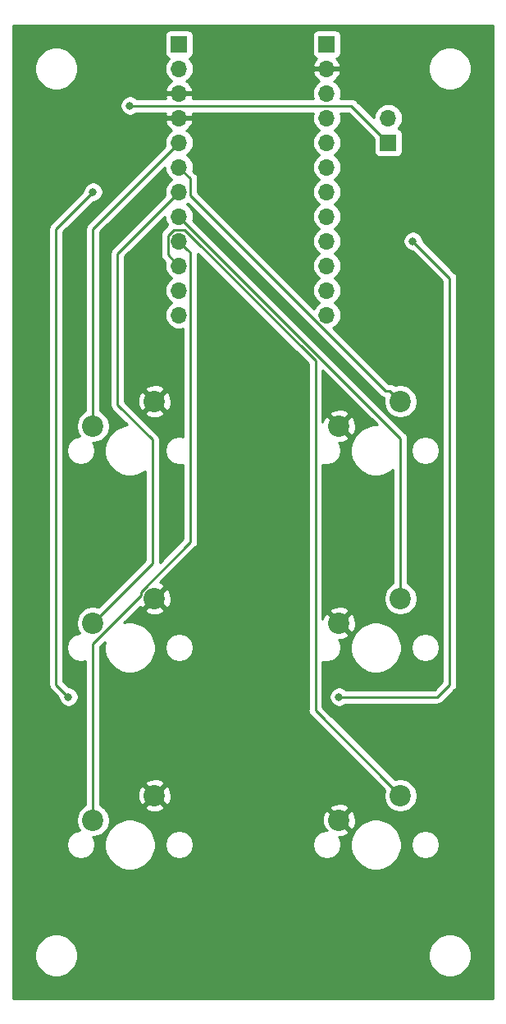
<source format=gbr>
G04 #@! TF.GenerationSoftware,KiCad,Pcbnew,5.1.4*
G04 #@! TF.CreationDate,2019-10-29T06:47:26+01:00*
G04 #@! TF.ProjectId,MediaKeys,4d656469-614b-4657-9973-2e6b69636164,rev?*
G04 #@! TF.SameCoordinates,Original*
G04 #@! TF.FileFunction,Copper,L2,Bot*
G04 #@! TF.FilePolarity,Positive*
%FSLAX46Y46*%
G04 Gerber Fmt 4.6, Leading zero omitted, Abs format (unit mm)*
G04 Created by KiCad (PCBNEW 5.1.4) date 2019-10-29 06:47:26*
%MOMM*%
%LPD*%
G04 APERTURE LIST*
%ADD10C,2.200000*%
%ADD11O,1.700000X1.700000*%
%ADD12R,1.700000X1.700000*%
%ADD13C,0.800000*%
%ADD14C,0.250000*%
%ADD15C,0.254000*%
G04 APERTURE END LIST*
D10*
X46990000Y-90170000D03*
X53340000Y-87630000D03*
X72390000Y-130810000D03*
X78740000Y-128270000D03*
X46990000Y-130810000D03*
X53340000Y-128270000D03*
X72390000Y-110490000D03*
X78740000Y-107950000D03*
X46990000Y-110490000D03*
X53340000Y-107950000D03*
X72390000Y-90170000D03*
X78740000Y-87630000D03*
D11*
X77470000Y-58420000D03*
D12*
X77470000Y-60960000D03*
D11*
X55880000Y-78740000D03*
X55880000Y-76200000D03*
X55880000Y-73660000D03*
X55880000Y-71120000D03*
X55880000Y-68580000D03*
X55880000Y-66040000D03*
X55880000Y-63500000D03*
X55880000Y-60960000D03*
X55880000Y-58420000D03*
X55880000Y-55880000D03*
X55880000Y-53340000D03*
D12*
X55880000Y-50800000D03*
D11*
X71120000Y-78740000D03*
X71120000Y-76200000D03*
X71120000Y-73660000D03*
X71120000Y-71120000D03*
X71120000Y-68580000D03*
X71120000Y-66040000D03*
X71120000Y-63500000D03*
X71120000Y-60960000D03*
X71120000Y-58420000D03*
X71120000Y-55880000D03*
X71120000Y-53340000D03*
D12*
X71120000Y-50800000D03*
D13*
X50800000Y-57150000D03*
X44450000Y-118110000D03*
X46990000Y-66040000D03*
X72390000Y-118110000D03*
X80010000Y-71120000D03*
D14*
X46990000Y-69850000D02*
X46990000Y-90170000D01*
X55880000Y-60960000D02*
X46990000Y-69850000D01*
X57055001Y-66414003D02*
X77170999Y-86530001D01*
X77640001Y-86530001D02*
X78740000Y-87630000D01*
X57055001Y-64675001D02*
X57055001Y-66414003D01*
X77170999Y-86530001D02*
X77640001Y-86530001D01*
X55880000Y-63500000D02*
X57055001Y-64675001D01*
X48089999Y-109390001D02*
X46990000Y-110490000D01*
X53125001Y-104354999D02*
X48089999Y-109390001D01*
X53125001Y-91593999D02*
X53125001Y-104354999D01*
X49530000Y-87998998D02*
X53125001Y-91593999D01*
X49530000Y-72390000D02*
X49530000Y-87998998D01*
X55880000Y-66040000D02*
X49530000Y-72390000D01*
X78740000Y-91440000D02*
X78740000Y-107950000D01*
X55880000Y-68580000D02*
X78740000Y-91440000D01*
X56729999Y-71969999D02*
X55880000Y-71120000D01*
X57055001Y-102125997D02*
X57055001Y-72295001D01*
X51914999Y-107265999D02*
X57055001Y-102125997D01*
X57055001Y-72295001D02*
X56729999Y-71969999D01*
X51914999Y-107674003D02*
X51914999Y-107265999D01*
X46990000Y-112599002D02*
X51914999Y-107674003D01*
X46990000Y-130810000D02*
X46990000Y-112599002D01*
X77640001Y-127170001D02*
X78740000Y-128270000D01*
X69944999Y-119474999D02*
X77640001Y-127170001D01*
X69944999Y-83445997D02*
X69944999Y-119474999D01*
X56444001Y-69944999D02*
X69944999Y-83445997D01*
X55315999Y-69944999D02*
X56444001Y-69944999D01*
X54704999Y-72484999D02*
X54704999Y-70555999D01*
X54704999Y-70555999D02*
X55315999Y-69944999D01*
X55880000Y-73660000D02*
X54704999Y-72484999D01*
X73660000Y-57150000D02*
X77470000Y-60960000D01*
X50800000Y-57150000D02*
X73660000Y-57150000D01*
X46990000Y-66040000D02*
X46990000Y-66040000D01*
X43180000Y-116840000D02*
X44450000Y-118110000D01*
X46990000Y-66040000D02*
X43180000Y-69850000D01*
X43180000Y-69850000D02*
X43180000Y-116840000D01*
X72390000Y-118110000D02*
X77939002Y-118110000D01*
X77939002Y-118110000D02*
X82550000Y-118110000D01*
X82550000Y-118110000D02*
X83820000Y-116840000D01*
X83820000Y-116840000D02*
X83820000Y-74930000D01*
X83820000Y-74930000D02*
X80010000Y-71120000D01*
X80010000Y-71120000D02*
X80010000Y-71120000D01*
D15*
G36*
X88240001Y-149200000D02*
G01*
X38760000Y-149200000D01*
X38760000Y-144559872D01*
X40945000Y-144559872D01*
X40945000Y-145000128D01*
X41030890Y-145431925D01*
X41199369Y-145838669D01*
X41443962Y-146204729D01*
X41755271Y-146516038D01*
X42121331Y-146760631D01*
X42528075Y-146929110D01*
X42959872Y-147015000D01*
X43400128Y-147015000D01*
X43831925Y-146929110D01*
X44238669Y-146760631D01*
X44604729Y-146516038D01*
X44916038Y-146204729D01*
X45160631Y-145838669D01*
X45329110Y-145431925D01*
X45415000Y-145000128D01*
X45415000Y-144559872D01*
X81585000Y-144559872D01*
X81585000Y-145000128D01*
X81670890Y-145431925D01*
X81839369Y-145838669D01*
X82083962Y-146204729D01*
X82395271Y-146516038D01*
X82761331Y-146760631D01*
X83168075Y-146929110D01*
X83599872Y-147015000D01*
X84040128Y-147015000D01*
X84471925Y-146929110D01*
X84878669Y-146760631D01*
X85244729Y-146516038D01*
X85556038Y-146204729D01*
X85800631Y-145838669D01*
X85969110Y-145431925D01*
X86055000Y-145000128D01*
X86055000Y-144559872D01*
X85969110Y-144128075D01*
X85800631Y-143721331D01*
X85556038Y-143355271D01*
X85244729Y-143043962D01*
X84878669Y-142799369D01*
X84471925Y-142630890D01*
X84040128Y-142545000D01*
X83599872Y-142545000D01*
X83168075Y-142630890D01*
X82761331Y-142799369D01*
X82395271Y-143043962D01*
X82083962Y-143355271D01*
X81839369Y-143721331D01*
X81670890Y-144128075D01*
X81585000Y-144559872D01*
X45415000Y-144559872D01*
X45329110Y-144128075D01*
X45160631Y-143721331D01*
X44916038Y-143355271D01*
X44604729Y-143043962D01*
X44238669Y-142799369D01*
X43831925Y-142630890D01*
X43400128Y-142545000D01*
X42959872Y-142545000D01*
X42528075Y-142630890D01*
X42121331Y-142799369D01*
X41755271Y-143043962D01*
X41443962Y-143355271D01*
X41199369Y-143721331D01*
X41030890Y-144128075D01*
X40945000Y-144559872D01*
X38760000Y-144559872D01*
X38760000Y-69850000D01*
X42416324Y-69850000D01*
X42420000Y-69887322D01*
X42420001Y-116802667D01*
X42416324Y-116840000D01*
X42420001Y-116877332D01*
X42420001Y-116877333D01*
X42430998Y-116988986D01*
X42444180Y-117032442D01*
X42474454Y-117132246D01*
X42545026Y-117264276D01*
X42615379Y-117350000D01*
X42640000Y-117380001D01*
X42668998Y-117403799D01*
X43415000Y-118149802D01*
X43415000Y-118211939D01*
X43454774Y-118411898D01*
X43532795Y-118600256D01*
X43646063Y-118769774D01*
X43790226Y-118913937D01*
X43959744Y-119027205D01*
X44148102Y-119105226D01*
X44348061Y-119145000D01*
X44551939Y-119145000D01*
X44751898Y-119105226D01*
X44940256Y-119027205D01*
X45109774Y-118913937D01*
X45253937Y-118769774D01*
X45367205Y-118600256D01*
X45445226Y-118411898D01*
X45485000Y-118211939D01*
X45485000Y-118008061D01*
X45445226Y-117808102D01*
X45367205Y-117619744D01*
X45253937Y-117450226D01*
X45109774Y-117306063D01*
X44940256Y-117192795D01*
X44751898Y-117114774D01*
X44551939Y-117075000D01*
X44489802Y-117075000D01*
X43940000Y-116525199D01*
X43940000Y-92563740D01*
X44235000Y-92563740D01*
X44235000Y-92856260D01*
X44292068Y-93143158D01*
X44404010Y-93413411D01*
X44566525Y-93656632D01*
X44773368Y-93863475D01*
X45016589Y-94025990D01*
X45286842Y-94137932D01*
X45573740Y-94195000D01*
X45866260Y-94195000D01*
X46153158Y-94137932D01*
X46423411Y-94025990D01*
X46666632Y-93863475D01*
X46873475Y-93656632D01*
X47035990Y-93413411D01*
X47147932Y-93143158D01*
X47205000Y-92856260D01*
X47205000Y-92563740D01*
X47147932Y-92276842D01*
X47035990Y-92006589D01*
X46968110Y-91905000D01*
X47160883Y-91905000D01*
X47496081Y-91838325D01*
X47811831Y-91707537D01*
X48095998Y-91517663D01*
X48337663Y-91275998D01*
X48527537Y-90991831D01*
X48658325Y-90676081D01*
X48725000Y-90340883D01*
X48725000Y-89999117D01*
X48658325Y-89663919D01*
X48527537Y-89348169D01*
X48337663Y-89064002D01*
X48095998Y-88822337D01*
X47811831Y-88632463D01*
X47750000Y-88606852D01*
X47750000Y-70164801D01*
X54390235Y-63524567D01*
X54416487Y-63791111D01*
X54501401Y-64071034D01*
X54639294Y-64329014D01*
X54824866Y-64555134D01*
X55050986Y-64740706D01*
X55105791Y-64770000D01*
X55050986Y-64799294D01*
X54824866Y-64984866D01*
X54639294Y-65210986D01*
X54501401Y-65468966D01*
X54416487Y-65748889D01*
X54387815Y-66040000D01*
X54416487Y-66331111D01*
X54439203Y-66405995D01*
X49019003Y-71826196D01*
X48989999Y-71849999D01*
X48934871Y-71917174D01*
X48895026Y-71965724D01*
X48844248Y-72060723D01*
X48824454Y-72097754D01*
X48780997Y-72241015D01*
X48770000Y-72352668D01*
X48770000Y-72352678D01*
X48766324Y-72390000D01*
X48770000Y-72427322D01*
X48770001Y-87961665D01*
X48766324Y-87998998D01*
X48770001Y-88036331D01*
X48771769Y-88054276D01*
X48780998Y-88147983D01*
X48824454Y-88291244D01*
X48895026Y-88423274D01*
X48959369Y-88501675D01*
X48990000Y-88538999D01*
X49018998Y-88562797D01*
X50532739Y-90076539D01*
X50031399Y-90176261D01*
X49551859Y-90374893D01*
X49120285Y-90663262D01*
X48753262Y-91030285D01*
X48464893Y-91461859D01*
X48266261Y-91941399D01*
X48165000Y-92450475D01*
X48165000Y-92969525D01*
X48266261Y-93478601D01*
X48464893Y-93958141D01*
X48753262Y-94389715D01*
X49120285Y-94756738D01*
X49551859Y-95045107D01*
X50031399Y-95243739D01*
X50540475Y-95345000D01*
X51059525Y-95345000D01*
X51568601Y-95243739D01*
X52048141Y-95045107D01*
X52365001Y-94833387D01*
X52365002Y-104040196D01*
X47579002Y-108826197D01*
X47578996Y-108826202D01*
X47557912Y-108847286D01*
X47496081Y-108821675D01*
X47160883Y-108755000D01*
X46819117Y-108755000D01*
X46483919Y-108821675D01*
X46168169Y-108952463D01*
X45884002Y-109142337D01*
X45642337Y-109384002D01*
X45452463Y-109668169D01*
X45321675Y-109983919D01*
X45255000Y-110319117D01*
X45255000Y-110660883D01*
X45321675Y-110996081D01*
X45452463Y-111311831D01*
X45608261Y-111545000D01*
X45573740Y-111545000D01*
X45286842Y-111602068D01*
X45016589Y-111714010D01*
X44773368Y-111876525D01*
X44566525Y-112083368D01*
X44404010Y-112326589D01*
X44292068Y-112596842D01*
X44235000Y-112883740D01*
X44235000Y-113176260D01*
X44292068Y-113463158D01*
X44404010Y-113733411D01*
X44566525Y-113976632D01*
X44773368Y-114183475D01*
X45016589Y-114345990D01*
X45286842Y-114457932D01*
X45573740Y-114515000D01*
X45866260Y-114515000D01*
X46153158Y-114457932D01*
X46230001Y-114426103D01*
X46230000Y-129246852D01*
X46168169Y-129272463D01*
X45884002Y-129462337D01*
X45642337Y-129704002D01*
X45452463Y-129988169D01*
X45321675Y-130303919D01*
X45255000Y-130639117D01*
X45255000Y-130980883D01*
X45321675Y-131316081D01*
X45452463Y-131631831D01*
X45608261Y-131865000D01*
X45573740Y-131865000D01*
X45286842Y-131922068D01*
X45016589Y-132034010D01*
X44773368Y-132196525D01*
X44566525Y-132403368D01*
X44404010Y-132646589D01*
X44292068Y-132916842D01*
X44235000Y-133203740D01*
X44235000Y-133496260D01*
X44292068Y-133783158D01*
X44404010Y-134053411D01*
X44566525Y-134296632D01*
X44773368Y-134503475D01*
X45016589Y-134665990D01*
X45286842Y-134777932D01*
X45573740Y-134835000D01*
X45866260Y-134835000D01*
X46153158Y-134777932D01*
X46423411Y-134665990D01*
X46666632Y-134503475D01*
X46873475Y-134296632D01*
X47035990Y-134053411D01*
X47147932Y-133783158D01*
X47205000Y-133496260D01*
X47205000Y-133203740D01*
X47182471Y-133090475D01*
X48165000Y-133090475D01*
X48165000Y-133609525D01*
X48266261Y-134118601D01*
X48464893Y-134598141D01*
X48753262Y-135029715D01*
X49120285Y-135396738D01*
X49551859Y-135685107D01*
X50031399Y-135883739D01*
X50540475Y-135985000D01*
X51059525Y-135985000D01*
X51568601Y-135883739D01*
X52048141Y-135685107D01*
X52479715Y-135396738D01*
X52846738Y-135029715D01*
X53135107Y-134598141D01*
X53333739Y-134118601D01*
X53435000Y-133609525D01*
X53435000Y-133203740D01*
X54395000Y-133203740D01*
X54395000Y-133496260D01*
X54452068Y-133783158D01*
X54564010Y-134053411D01*
X54726525Y-134296632D01*
X54933368Y-134503475D01*
X55176589Y-134665990D01*
X55446842Y-134777932D01*
X55733740Y-134835000D01*
X56026260Y-134835000D01*
X56313158Y-134777932D01*
X56583411Y-134665990D01*
X56826632Y-134503475D01*
X57033475Y-134296632D01*
X57195990Y-134053411D01*
X57307932Y-133783158D01*
X57365000Y-133496260D01*
X57365000Y-133203740D01*
X69635000Y-133203740D01*
X69635000Y-133496260D01*
X69692068Y-133783158D01*
X69804010Y-134053411D01*
X69966525Y-134296632D01*
X70173368Y-134503475D01*
X70416589Y-134665990D01*
X70686842Y-134777932D01*
X70973740Y-134835000D01*
X71266260Y-134835000D01*
X71553158Y-134777932D01*
X71823411Y-134665990D01*
X72066632Y-134503475D01*
X72273475Y-134296632D01*
X72435990Y-134053411D01*
X72547932Y-133783158D01*
X72605000Y-133496260D01*
X72605000Y-133203740D01*
X72582471Y-133090475D01*
X73565000Y-133090475D01*
X73565000Y-133609525D01*
X73666261Y-134118601D01*
X73864893Y-134598141D01*
X74153262Y-135029715D01*
X74520285Y-135396738D01*
X74951859Y-135685107D01*
X75431399Y-135883739D01*
X75940475Y-135985000D01*
X76459525Y-135985000D01*
X76968601Y-135883739D01*
X77448141Y-135685107D01*
X77879715Y-135396738D01*
X78246738Y-135029715D01*
X78535107Y-134598141D01*
X78733739Y-134118601D01*
X78835000Y-133609525D01*
X78835000Y-133203740D01*
X79795000Y-133203740D01*
X79795000Y-133496260D01*
X79852068Y-133783158D01*
X79964010Y-134053411D01*
X80126525Y-134296632D01*
X80333368Y-134503475D01*
X80576589Y-134665990D01*
X80846842Y-134777932D01*
X81133740Y-134835000D01*
X81426260Y-134835000D01*
X81713158Y-134777932D01*
X81983411Y-134665990D01*
X82226632Y-134503475D01*
X82433475Y-134296632D01*
X82595990Y-134053411D01*
X82707932Y-133783158D01*
X82765000Y-133496260D01*
X82765000Y-133203740D01*
X82707932Y-132916842D01*
X82595990Y-132646589D01*
X82433475Y-132403368D01*
X82226632Y-132196525D01*
X81983411Y-132034010D01*
X81713158Y-131922068D01*
X81426260Y-131865000D01*
X81133740Y-131865000D01*
X80846842Y-131922068D01*
X80576589Y-132034010D01*
X80333368Y-132196525D01*
X80126525Y-132403368D01*
X79964010Y-132646589D01*
X79852068Y-132916842D01*
X79795000Y-133203740D01*
X78835000Y-133203740D01*
X78835000Y-133090475D01*
X78733739Y-132581399D01*
X78535107Y-132101859D01*
X78246738Y-131670285D01*
X77879715Y-131303262D01*
X77448141Y-131014893D01*
X76968601Y-130816261D01*
X76459525Y-130715000D01*
X75940475Y-130715000D01*
X75431399Y-130816261D01*
X74951859Y-131014893D01*
X74520285Y-131303262D01*
X74153262Y-131670285D01*
X73864893Y-132101859D01*
X73666261Y-132581399D01*
X73565000Y-133090475D01*
X72582471Y-133090475D01*
X72547932Y-132916842D01*
X72435990Y-132646589D01*
X72369650Y-132547304D01*
X72448639Y-132552409D01*
X72787439Y-132507489D01*
X73110966Y-132397336D01*
X73309274Y-132291338D01*
X73417107Y-132016712D01*
X72390000Y-130989605D01*
X72375858Y-131003748D01*
X72196253Y-130824143D01*
X72210395Y-130810000D01*
X72569605Y-130810000D01*
X73596712Y-131837107D01*
X73871338Y-131729274D01*
X74022216Y-131422616D01*
X74110369Y-131092415D01*
X74132409Y-130751361D01*
X74087489Y-130412561D01*
X73977336Y-130089034D01*
X73871338Y-129890726D01*
X73596712Y-129782893D01*
X72569605Y-130810000D01*
X72210395Y-130810000D01*
X71183288Y-129782893D01*
X70908662Y-129890726D01*
X70757784Y-130197384D01*
X70669631Y-130527585D01*
X70647591Y-130868639D01*
X70692511Y-131207439D01*
X70802664Y-131530966D01*
X70908662Y-131729274D01*
X71183286Y-131837106D01*
X71155392Y-131865000D01*
X70973740Y-131865000D01*
X70686842Y-131922068D01*
X70416589Y-132034010D01*
X70173368Y-132196525D01*
X69966525Y-132403368D01*
X69804010Y-132646589D01*
X69692068Y-132916842D01*
X69635000Y-133203740D01*
X57365000Y-133203740D01*
X57307932Y-132916842D01*
X57195990Y-132646589D01*
X57033475Y-132403368D01*
X56826632Y-132196525D01*
X56583411Y-132034010D01*
X56313158Y-131922068D01*
X56026260Y-131865000D01*
X55733740Y-131865000D01*
X55446842Y-131922068D01*
X55176589Y-132034010D01*
X54933368Y-132196525D01*
X54726525Y-132403368D01*
X54564010Y-132646589D01*
X54452068Y-132916842D01*
X54395000Y-133203740D01*
X53435000Y-133203740D01*
X53435000Y-133090475D01*
X53333739Y-132581399D01*
X53135107Y-132101859D01*
X52846738Y-131670285D01*
X52479715Y-131303262D01*
X52048141Y-131014893D01*
X51568601Y-130816261D01*
X51059525Y-130715000D01*
X50540475Y-130715000D01*
X50031399Y-130816261D01*
X49551859Y-131014893D01*
X49120285Y-131303262D01*
X48753262Y-131670285D01*
X48464893Y-132101859D01*
X48266261Y-132581399D01*
X48165000Y-133090475D01*
X47182471Y-133090475D01*
X47147932Y-132916842D01*
X47035990Y-132646589D01*
X46968110Y-132545000D01*
X47160883Y-132545000D01*
X47496081Y-132478325D01*
X47811831Y-132347537D01*
X48095998Y-132157663D01*
X48337663Y-131915998D01*
X48527537Y-131631831D01*
X48658325Y-131316081D01*
X48725000Y-130980883D01*
X48725000Y-130639117D01*
X48658325Y-130303919D01*
X48527537Y-129988169D01*
X48337663Y-129704002D01*
X48110373Y-129476712D01*
X52312893Y-129476712D01*
X52420726Y-129751338D01*
X52727384Y-129902216D01*
X53057585Y-129990369D01*
X53398639Y-130012409D01*
X53737439Y-129967489D01*
X54060966Y-129857336D01*
X54259274Y-129751338D01*
X54317406Y-129603288D01*
X71362893Y-129603288D01*
X72390000Y-130630395D01*
X73417107Y-129603288D01*
X73309274Y-129328662D01*
X73002616Y-129177784D01*
X72672415Y-129089631D01*
X72331361Y-129067591D01*
X71992561Y-129112511D01*
X71669034Y-129222664D01*
X71470726Y-129328662D01*
X71362893Y-129603288D01*
X54317406Y-129603288D01*
X54367107Y-129476712D01*
X53340000Y-128449605D01*
X52312893Y-129476712D01*
X48110373Y-129476712D01*
X48095998Y-129462337D01*
X47811831Y-129272463D01*
X47750000Y-129246852D01*
X47750000Y-128328639D01*
X51597591Y-128328639D01*
X51642511Y-128667439D01*
X51752664Y-128990966D01*
X51858662Y-129189274D01*
X52133288Y-129297107D01*
X53160395Y-128270000D01*
X53519605Y-128270000D01*
X54546712Y-129297107D01*
X54821338Y-129189274D01*
X54972216Y-128882616D01*
X55060369Y-128552415D01*
X55082409Y-128211361D01*
X55037489Y-127872561D01*
X54927336Y-127549034D01*
X54821338Y-127350726D01*
X54546712Y-127242893D01*
X53519605Y-128270000D01*
X53160395Y-128270000D01*
X52133288Y-127242893D01*
X51858662Y-127350726D01*
X51707784Y-127657384D01*
X51619631Y-127987585D01*
X51597591Y-128328639D01*
X47750000Y-128328639D01*
X47750000Y-127063288D01*
X52312893Y-127063288D01*
X53340000Y-128090395D01*
X54367107Y-127063288D01*
X54259274Y-126788662D01*
X53952616Y-126637784D01*
X53622415Y-126549631D01*
X53281361Y-126527591D01*
X52942561Y-126572511D01*
X52619034Y-126682664D01*
X52420726Y-126788662D01*
X52312893Y-127063288D01*
X47750000Y-127063288D01*
X47750000Y-112913803D01*
X48232456Y-112431347D01*
X48165000Y-112770475D01*
X48165000Y-113289525D01*
X48266261Y-113798601D01*
X48464893Y-114278141D01*
X48753262Y-114709715D01*
X49120285Y-115076738D01*
X49551859Y-115365107D01*
X50031399Y-115563739D01*
X50540475Y-115665000D01*
X51059525Y-115665000D01*
X51568601Y-115563739D01*
X52048141Y-115365107D01*
X52479715Y-115076738D01*
X52846738Y-114709715D01*
X53135107Y-114278141D01*
X53333739Y-113798601D01*
X53435000Y-113289525D01*
X53435000Y-112883740D01*
X54395000Y-112883740D01*
X54395000Y-113176260D01*
X54452068Y-113463158D01*
X54564010Y-113733411D01*
X54726525Y-113976632D01*
X54933368Y-114183475D01*
X55176589Y-114345990D01*
X55446842Y-114457932D01*
X55733740Y-114515000D01*
X56026260Y-114515000D01*
X56313158Y-114457932D01*
X56583411Y-114345990D01*
X56826632Y-114183475D01*
X57033475Y-113976632D01*
X57195990Y-113733411D01*
X57307932Y-113463158D01*
X57365000Y-113176260D01*
X57365000Y-112883740D01*
X57307932Y-112596842D01*
X57195990Y-112326589D01*
X57033475Y-112083368D01*
X56826632Y-111876525D01*
X56583411Y-111714010D01*
X56313158Y-111602068D01*
X56026260Y-111545000D01*
X55733740Y-111545000D01*
X55446842Y-111602068D01*
X55176589Y-111714010D01*
X54933368Y-111876525D01*
X54726525Y-112083368D01*
X54564010Y-112326589D01*
X54452068Y-112596842D01*
X54395000Y-112883740D01*
X53435000Y-112883740D01*
X53435000Y-112770475D01*
X53333739Y-112261399D01*
X53135107Y-111781859D01*
X52846738Y-111350285D01*
X52479715Y-110983262D01*
X52048141Y-110694893D01*
X51568601Y-110496261D01*
X51059525Y-110395000D01*
X50540475Y-110395000D01*
X50201348Y-110462456D01*
X51507092Y-109156712D01*
X52312893Y-109156712D01*
X52420726Y-109431338D01*
X52727384Y-109582216D01*
X53057585Y-109670369D01*
X53398639Y-109692409D01*
X53737439Y-109647489D01*
X54060966Y-109537336D01*
X54259274Y-109431338D01*
X54367107Y-109156712D01*
X53340000Y-108129605D01*
X52312893Y-109156712D01*
X51507092Y-109156712D01*
X51836323Y-108827481D01*
X51858662Y-108869274D01*
X52133288Y-108977107D01*
X53160395Y-107950000D01*
X53519605Y-107950000D01*
X54546712Y-108977107D01*
X54821338Y-108869274D01*
X54972216Y-108562616D01*
X55060369Y-108232415D01*
X55082409Y-107891361D01*
X55037489Y-107552561D01*
X54927336Y-107229034D01*
X54821338Y-107030726D01*
X54546712Y-106922893D01*
X53519605Y-107950000D01*
X53160395Y-107950000D01*
X53146253Y-107935858D01*
X53325858Y-107756253D01*
X53340000Y-107770395D01*
X54367107Y-106743288D01*
X54259274Y-106468662D01*
X53952616Y-106317784D01*
X53941092Y-106314707D01*
X57566005Y-102689795D01*
X57595002Y-102665998D01*
X57689975Y-102550273D01*
X57760547Y-102418244D01*
X57804004Y-102274983D01*
X57815001Y-102163330D01*
X57815001Y-102163329D01*
X57818678Y-102125997D01*
X57815001Y-102088664D01*
X57815001Y-72390800D01*
X69184999Y-83760800D01*
X69185000Y-119437666D01*
X69181323Y-119474999D01*
X69195997Y-119623984D01*
X69239453Y-119767245D01*
X69310025Y-119899275D01*
X69381200Y-119986001D01*
X69404999Y-120015000D01*
X69433997Y-120038798D01*
X77097286Y-127702088D01*
X77071675Y-127763919D01*
X77005000Y-128099117D01*
X77005000Y-128440883D01*
X77071675Y-128776081D01*
X77202463Y-129091831D01*
X77392337Y-129375998D01*
X77634002Y-129617663D01*
X77918169Y-129807537D01*
X78233919Y-129938325D01*
X78569117Y-130005000D01*
X78910883Y-130005000D01*
X79246081Y-129938325D01*
X79561831Y-129807537D01*
X79845998Y-129617663D01*
X80087663Y-129375998D01*
X80277537Y-129091831D01*
X80408325Y-128776081D01*
X80475000Y-128440883D01*
X80475000Y-128099117D01*
X80408325Y-127763919D01*
X80277537Y-127448169D01*
X80087663Y-127164002D01*
X79845998Y-126922337D01*
X79561831Y-126732463D01*
X79246081Y-126601675D01*
X78910883Y-126535000D01*
X78569117Y-126535000D01*
X78233919Y-126601675D01*
X78172088Y-126627286D01*
X70704999Y-119160198D01*
X70704999Y-118008061D01*
X71355000Y-118008061D01*
X71355000Y-118211939D01*
X71394774Y-118411898D01*
X71472795Y-118600256D01*
X71586063Y-118769774D01*
X71730226Y-118913937D01*
X71899744Y-119027205D01*
X72088102Y-119105226D01*
X72288061Y-119145000D01*
X72491939Y-119145000D01*
X72691898Y-119105226D01*
X72880256Y-119027205D01*
X73049774Y-118913937D01*
X73093711Y-118870000D01*
X82512678Y-118870000D01*
X82550000Y-118873676D01*
X82587322Y-118870000D01*
X82587333Y-118870000D01*
X82698986Y-118859003D01*
X82842247Y-118815546D01*
X82974276Y-118744974D01*
X83090001Y-118650001D01*
X83113804Y-118620997D01*
X84331004Y-117403798D01*
X84360001Y-117380001D01*
X84454974Y-117264276D01*
X84525546Y-117132247D01*
X84569003Y-116988986D01*
X84580000Y-116877333D01*
X84580000Y-116877324D01*
X84583676Y-116840001D01*
X84580000Y-116802678D01*
X84580000Y-74967325D01*
X84583676Y-74930000D01*
X84580000Y-74892675D01*
X84580000Y-74892667D01*
X84569003Y-74781014D01*
X84525546Y-74637753D01*
X84454974Y-74505724D01*
X84360001Y-74389999D01*
X84331003Y-74366201D01*
X81045000Y-71080199D01*
X81045000Y-71018061D01*
X81005226Y-70818102D01*
X80927205Y-70629744D01*
X80813937Y-70460226D01*
X80669774Y-70316063D01*
X80500256Y-70202795D01*
X80311898Y-70124774D01*
X80111939Y-70085000D01*
X79908061Y-70085000D01*
X79708102Y-70124774D01*
X79519744Y-70202795D01*
X79350226Y-70316063D01*
X79206063Y-70460226D01*
X79092795Y-70629744D01*
X79014774Y-70818102D01*
X78975000Y-71018061D01*
X78975000Y-71221939D01*
X79014774Y-71421898D01*
X79092795Y-71610256D01*
X79206063Y-71779774D01*
X79350226Y-71923937D01*
X79519744Y-72037205D01*
X79708102Y-72115226D01*
X79908061Y-72155000D01*
X79970199Y-72155000D01*
X83060001Y-75244803D01*
X83060000Y-116525198D01*
X82235199Y-117350000D01*
X73093711Y-117350000D01*
X73049774Y-117306063D01*
X72880256Y-117192795D01*
X72691898Y-117114774D01*
X72491939Y-117075000D01*
X72288061Y-117075000D01*
X72088102Y-117114774D01*
X71899744Y-117192795D01*
X71730226Y-117306063D01*
X71586063Y-117450226D01*
X71472795Y-117619744D01*
X71394774Y-117808102D01*
X71355000Y-118008061D01*
X70704999Y-118008061D01*
X70704999Y-114461544D01*
X70973740Y-114515000D01*
X71266260Y-114515000D01*
X71553158Y-114457932D01*
X71823411Y-114345990D01*
X72066632Y-114183475D01*
X72273475Y-113976632D01*
X72435990Y-113733411D01*
X72547932Y-113463158D01*
X72605000Y-113176260D01*
X72605000Y-112883740D01*
X72582471Y-112770475D01*
X73565000Y-112770475D01*
X73565000Y-113289525D01*
X73666261Y-113798601D01*
X73864893Y-114278141D01*
X74153262Y-114709715D01*
X74520285Y-115076738D01*
X74951859Y-115365107D01*
X75431399Y-115563739D01*
X75940475Y-115665000D01*
X76459525Y-115665000D01*
X76968601Y-115563739D01*
X77448141Y-115365107D01*
X77879715Y-115076738D01*
X78246738Y-114709715D01*
X78535107Y-114278141D01*
X78733739Y-113798601D01*
X78835000Y-113289525D01*
X78835000Y-112883740D01*
X79795000Y-112883740D01*
X79795000Y-113176260D01*
X79852068Y-113463158D01*
X79964010Y-113733411D01*
X80126525Y-113976632D01*
X80333368Y-114183475D01*
X80576589Y-114345990D01*
X80846842Y-114457932D01*
X81133740Y-114515000D01*
X81426260Y-114515000D01*
X81713158Y-114457932D01*
X81983411Y-114345990D01*
X82226632Y-114183475D01*
X82433475Y-113976632D01*
X82595990Y-113733411D01*
X82707932Y-113463158D01*
X82765000Y-113176260D01*
X82765000Y-112883740D01*
X82707932Y-112596842D01*
X82595990Y-112326589D01*
X82433475Y-112083368D01*
X82226632Y-111876525D01*
X81983411Y-111714010D01*
X81713158Y-111602068D01*
X81426260Y-111545000D01*
X81133740Y-111545000D01*
X80846842Y-111602068D01*
X80576589Y-111714010D01*
X80333368Y-111876525D01*
X80126525Y-112083368D01*
X79964010Y-112326589D01*
X79852068Y-112596842D01*
X79795000Y-112883740D01*
X78835000Y-112883740D01*
X78835000Y-112770475D01*
X78733739Y-112261399D01*
X78535107Y-111781859D01*
X78246738Y-111350285D01*
X77879715Y-110983262D01*
X77448141Y-110694893D01*
X76968601Y-110496261D01*
X76459525Y-110395000D01*
X75940475Y-110395000D01*
X75431399Y-110496261D01*
X74951859Y-110694893D01*
X74520285Y-110983262D01*
X74153262Y-111350285D01*
X73864893Y-111781859D01*
X73666261Y-112261399D01*
X73565000Y-112770475D01*
X72582471Y-112770475D01*
X72547932Y-112596842D01*
X72435990Y-112326589D01*
X72369650Y-112227304D01*
X72448639Y-112232409D01*
X72787439Y-112187489D01*
X73110966Y-112077336D01*
X73309274Y-111971338D01*
X73417107Y-111696712D01*
X72390000Y-110669605D01*
X72375858Y-110683748D01*
X72196253Y-110504143D01*
X72210395Y-110490000D01*
X72569605Y-110490000D01*
X73596712Y-111517107D01*
X73871338Y-111409274D01*
X74022216Y-111102616D01*
X74110369Y-110772415D01*
X74132409Y-110431361D01*
X74087489Y-110092561D01*
X73977336Y-109769034D01*
X73871338Y-109570726D01*
X73596712Y-109462893D01*
X72569605Y-110490000D01*
X72210395Y-110490000D01*
X71183288Y-109462893D01*
X70908662Y-109570726D01*
X70757784Y-109877384D01*
X70704999Y-110075105D01*
X70704999Y-109283288D01*
X71362893Y-109283288D01*
X72390000Y-110310395D01*
X73417107Y-109283288D01*
X73309274Y-109008662D01*
X73002616Y-108857784D01*
X72672415Y-108769631D01*
X72331361Y-108747591D01*
X71992561Y-108792511D01*
X71669034Y-108902664D01*
X71470726Y-109008662D01*
X71362893Y-109283288D01*
X70704999Y-109283288D01*
X70704999Y-94141544D01*
X70973740Y-94195000D01*
X71266260Y-94195000D01*
X71553158Y-94137932D01*
X71823411Y-94025990D01*
X72066632Y-93863475D01*
X72273475Y-93656632D01*
X72435990Y-93413411D01*
X72547932Y-93143158D01*
X72605000Y-92856260D01*
X72605000Y-92563740D01*
X72547932Y-92276842D01*
X72435990Y-92006589D01*
X72369650Y-91907304D01*
X72448639Y-91912409D01*
X72787439Y-91867489D01*
X73110966Y-91757336D01*
X73309274Y-91651338D01*
X73417107Y-91376712D01*
X72390000Y-90349605D01*
X72375858Y-90363748D01*
X72196253Y-90184143D01*
X72210395Y-90170000D01*
X72569605Y-90170000D01*
X73596712Y-91197107D01*
X73871338Y-91089274D01*
X74022216Y-90782616D01*
X74110369Y-90452415D01*
X74132409Y-90111361D01*
X74087489Y-89772561D01*
X73977336Y-89449034D01*
X73871338Y-89250726D01*
X73596712Y-89142893D01*
X72569605Y-90170000D01*
X72210395Y-90170000D01*
X71183288Y-89142893D01*
X70908662Y-89250726D01*
X70757784Y-89557384D01*
X70704999Y-89755105D01*
X70704999Y-88963288D01*
X71362893Y-88963288D01*
X72390000Y-89990395D01*
X73417107Y-88963288D01*
X73309274Y-88688662D01*
X73002616Y-88537784D01*
X72672415Y-88449631D01*
X72331361Y-88427591D01*
X71992561Y-88472511D01*
X71669034Y-88582664D01*
X71470726Y-88688662D01*
X71362893Y-88963288D01*
X70704999Y-88963288D01*
X70704999Y-84479801D01*
X76300198Y-90075000D01*
X75940475Y-90075000D01*
X75431399Y-90176261D01*
X74951859Y-90374893D01*
X74520285Y-90663262D01*
X74153262Y-91030285D01*
X73864893Y-91461859D01*
X73666261Y-91941399D01*
X73565000Y-92450475D01*
X73565000Y-92969525D01*
X73666261Y-93478601D01*
X73864893Y-93958141D01*
X74153262Y-94389715D01*
X74520285Y-94756738D01*
X74951859Y-95045107D01*
X75431399Y-95243739D01*
X75940475Y-95345000D01*
X76459525Y-95345000D01*
X76968601Y-95243739D01*
X77448141Y-95045107D01*
X77879715Y-94756738D01*
X77980000Y-94656453D01*
X77980001Y-106386851D01*
X77918169Y-106412463D01*
X77634002Y-106602337D01*
X77392337Y-106844002D01*
X77202463Y-107128169D01*
X77071675Y-107443919D01*
X77005000Y-107779117D01*
X77005000Y-108120883D01*
X77071675Y-108456081D01*
X77202463Y-108771831D01*
X77392337Y-109055998D01*
X77634002Y-109297663D01*
X77918169Y-109487537D01*
X78233919Y-109618325D01*
X78569117Y-109685000D01*
X78910883Y-109685000D01*
X79246081Y-109618325D01*
X79561831Y-109487537D01*
X79845998Y-109297663D01*
X80087663Y-109055998D01*
X80277537Y-108771831D01*
X80408325Y-108456081D01*
X80475000Y-108120883D01*
X80475000Y-107779117D01*
X80408325Y-107443919D01*
X80277537Y-107128169D01*
X80087663Y-106844002D01*
X79845998Y-106602337D01*
X79561831Y-106412463D01*
X79500000Y-106386852D01*
X79500000Y-92563740D01*
X79795000Y-92563740D01*
X79795000Y-92856260D01*
X79852068Y-93143158D01*
X79964010Y-93413411D01*
X80126525Y-93656632D01*
X80333368Y-93863475D01*
X80576589Y-94025990D01*
X80846842Y-94137932D01*
X81133740Y-94195000D01*
X81426260Y-94195000D01*
X81713158Y-94137932D01*
X81983411Y-94025990D01*
X82226632Y-93863475D01*
X82433475Y-93656632D01*
X82595990Y-93413411D01*
X82707932Y-93143158D01*
X82765000Y-92856260D01*
X82765000Y-92563740D01*
X82707932Y-92276842D01*
X82595990Y-92006589D01*
X82433475Y-91763368D01*
X82226632Y-91556525D01*
X81983411Y-91394010D01*
X81713158Y-91282068D01*
X81426260Y-91225000D01*
X81133740Y-91225000D01*
X80846842Y-91282068D01*
X80576589Y-91394010D01*
X80333368Y-91556525D01*
X80126525Y-91763368D01*
X79964010Y-92006589D01*
X79852068Y-92276842D01*
X79795000Y-92563740D01*
X79500000Y-92563740D01*
X79500000Y-91477322D01*
X79503676Y-91439999D01*
X79500000Y-91402676D01*
X79500000Y-91402667D01*
X79489003Y-91291014D01*
X79445546Y-91147753D01*
X79410932Y-91082996D01*
X79374974Y-91015723D01*
X79303799Y-90928997D01*
X79280001Y-90899999D01*
X79251004Y-90876202D01*
X57320797Y-68945996D01*
X57343513Y-68871111D01*
X57372185Y-68580000D01*
X57343513Y-68288889D01*
X57258599Y-68008966D01*
X57120706Y-67750986D01*
X56935134Y-67524866D01*
X56709014Y-67339294D01*
X56654209Y-67310000D01*
X56709014Y-67280706D01*
X56784749Y-67218552D01*
X76607199Y-87041003D01*
X76630998Y-87070002D01*
X76746723Y-87164975D01*
X76878752Y-87235547D01*
X77022013Y-87279004D01*
X77040465Y-87280821D01*
X77005000Y-87459117D01*
X77005000Y-87800883D01*
X77071675Y-88136081D01*
X77202463Y-88451831D01*
X77392337Y-88735998D01*
X77634002Y-88977663D01*
X77918169Y-89167537D01*
X78233919Y-89298325D01*
X78569117Y-89365000D01*
X78910883Y-89365000D01*
X79246081Y-89298325D01*
X79561831Y-89167537D01*
X79845998Y-88977663D01*
X80087663Y-88735998D01*
X80277537Y-88451831D01*
X80408325Y-88136081D01*
X80475000Y-87800883D01*
X80475000Y-87459117D01*
X80408325Y-87123919D01*
X80277537Y-86808169D01*
X80087663Y-86524002D01*
X79845998Y-86282337D01*
X79561831Y-86092463D01*
X79246081Y-85961675D01*
X78910883Y-85895000D01*
X78569117Y-85895000D01*
X78233919Y-85961675D01*
X78175150Y-85986018D01*
X78064277Y-85895027D01*
X77932248Y-85824455D01*
X77788987Y-85780998D01*
X77677334Y-85770001D01*
X77677323Y-85770001D01*
X77640001Y-85766325D01*
X77602679Y-85770001D01*
X77485801Y-85770001D01*
X71784461Y-80068661D01*
X71949014Y-79980706D01*
X72175134Y-79795134D01*
X72360706Y-79569014D01*
X72498599Y-79311034D01*
X72583513Y-79031111D01*
X72612185Y-78740000D01*
X72583513Y-78448889D01*
X72498599Y-78168966D01*
X72360706Y-77910986D01*
X72175134Y-77684866D01*
X71949014Y-77499294D01*
X71894209Y-77470000D01*
X71949014Y-77440706D01*
X72175134Y-77255134D01*
X72360706Y-77029014D01*
X72498599Y-76771034D01*
X72583513Y-76491111D01*
X72612185Y-76200000D01*
X72583513Y-75908889D01*
X72498599Y-75628966D01*
X72360706Y-75370986D01*
X72175134Y-75144866D01*
X71949014Y-74959294D01*
X71894209Y-74930000D01*
X71949014Y-74900706D01*
X72175134Y-74715134D01*
X72360706Y-74489014D01*
X72498599Y-74231034D01*
X72583513Y-73951111D01*
X72612185Y-73660000D01*
X72583513Y-73368889D01*
X72498599Y-73088966D01*
X72360706Y-72830986D01*
X72175134Y-72604866D01*
X71949014Y-72419294D01*
X71894209Y-72390000D01*
X71949014Y-72360706D01*
X72175134Y-72175134D01*
X72360706Y-71949014D01*
X72498599Y-71691034D01*
X72583513Y-71411111D01*
X72612185Y-71120000D01*
X72583513Y-70828889D01*
X72498599Y-70548966D01*
X72360706Y-70290986D01*
X72175134Y-70064866D01*
X71949014Y-69879294D01*
X71894209Y-69850000D01*
X71949014Y-69820706D01*
X72175134Y-69635134D01*
X72360706Y-69409014D01*
X72498599Y-69151034D01*
X72583513Y-68871111D01*
X72612185Y-68580000D01*
X72583513Y-68288889D01*
X72498599Y-68008966D01*
X72360706Y-67750986D01*
X72175134Y-67524866D01*
X71949014Y-67339294D01*
X71894209Y-67310000D01*
X71949014Y-67280706D01*
X72175134Y-67095134D01*
X72360706Y-66869014D01*
X72498599Y-66611034D01*
X72583513Y-66331111D01*
X72612185Y-66040000D01*
X72583513Y-65748889D01*
X72498599Y-65468966D01*
X72360706Y-65210986D01*
X72175134Y-64984866D01*
X71949014Y-64799294D01*
X71894209Y-64770000D01*
X71949014Y-64740706D01*
X72175134Y-64555134D01*
X72360706Y-64329014D01*
X72498599Y-64071034D01*
X72583513Y-63791111D01*
X72612185Y-63500000D01*
X72583513Y-63208889D01*
X72498599Y-62928966D01*
X72360706Y-62670986D01*
X72175134Y-62444866D01*
X71949014Y-62259294D01*
X71894209Y-62230000D01*
X71949014Y-62200706D01*
X72175134Y-62015134D01*
X72360706Y-61789014D01*
X72498599Y-61531034D01*
X72583513Y-61251111D01*
X72612185Y-60960000D01*
X72583513Y-60668889D01*
X72498599Y-60388966D01*
X72360706Y-60130986D01*
X72175134Y-59904866D01*
X71949014Y-59719294D01*
X71894209Y-59690000D01*
X71949014Y-59660706D01*
X72175134Y-59475134D01*
X72360706Y-59249014D01*
X72498599Y-58991034D01*
X72583513Y-58711111D01*
X72612185Y-58420000D01*
X72583513Y-58128889D01*
X72517114Y-57910000D01*
X73345199Y-57910000D01*
X75981928Y-60546730D01*
X75981928Y-61810000D01*
X75994188Y-61934482D01*
X76030498Y-62054180D01*
X76089463Y-62164494D01*
X76168815Y-62261185D01*
X76265506Y-62340537D01*
X76375820Y-62399502D01*
X76495518Y-62435812D01*
X76620000Y-62448072D01*
X78320000Y-62448072D01*
X78444482Y-62435812D01*
X78564180Y-62399502D01*
X78674494Y-62340537D01*
X78771185Y-62261185D01*
X78850537Y-62164494D01*
X78909502Y-62054180D01*
X78945812Y-61934482D01*
X78958072Y-61810000D01*
X78958072Y-60110000D01*
X78945812Y-59985518D01*
X78909502Y-59865820D01*
X78850537Y-59755506D01*
X78771185Y-59658815D01*
X78674494Y-59579463D01*
X78564180Y-59520498D01*
X78495313Y-59499607D01*
X78525134Y-59475134D01*
X78710706Y-59249014D01*
X78848599Y-58991034D01*
X78933513Y-58711111D01*
X78962185Y-58420000D01*
X78933513Y-58128889D01*
X78848599Y-57848966D01*
X78710706Y-57590986D01*
X78525134Y-57364866D01*
X78299014Y-57179294D01*
X78041034Y-57041401D01*
X77761111Y-56956487D01*
X77542950Y-56935000D01*
X77397050Y-56935000D01*
X77178889Y-56956487D01*
X76898966Y-57041401D01*
X76640986Y-57179294D01*
X76414866Y-57364866D01*
X76229294Y-57590986D01*
X76091401Y-57848966D01*
X76006487Y-58128889D01*
X75980235Y-58395433D01*
X74223804Y-56639003D01*
X74200001Y-56609999D01*
X74084276Y-56515026D01*
X73952247Y-56444454D01*
X73808986Y-56400997D01*
X73697333Y-56390000D01*
X73697322Y-56390000D01*
X73660000Y-56386324D01*
X73622678Y-56390000D01*
X72517114Y-56390000D01*
X72583513Y-56171111D01*
X72612185Y-55880000D01*
X72583513Y-55588889D01*
X72498599Y-55308966D01*
X72360706Y-55050986D01*
X72175134Y-54824866D01*
X71949014Y-54639294D01*
X71884477Y-54604799D01*
X72001355Y-54535178D01*
X72217588Y-54340269D01*
X72391641Y-54106920D01*
X72516825Y-53844099D01*
X72561476Y-53696890D01*
X72440155Y-53467000D01*
X71247000Y-53467000D01*
X71247000Y-53487000D01*
X70993000Y-53487000D01*
X70993000Y-53467000D01*
X69799845Y-53467000D01*
X69678524Y-53696890D01*
X69723175Y-53844099D01*
X69848359Y-54106920D01*
X70022412Y-54340269D01*
X70238645Y-54535178D01*
X70355523Y-54604799D01*
X70290986Y-54639294D01*
X70064866Y-54824866D01*
X69879294Y-55050986D01*
X69741401Y-55308966D01*
X69656487Y-55588889D01*
X69627815Y-55880000D01*
X69656487Y-56171111D01*
X69722886Y-56390000D01*
X57274014Y-56390000D01*
X57276825Y-56384099D01*
X57321476Y-56236890D01*
X57200155Y-56007000D01*
X56007000Y-56007000D01*
X56007000Y-56027000D01*
X55753000Y-56027000D01*
X55753000Y-56007000D01*
X54559845Y-56007000D01*
X54438524Y-56236890D01*
X54483175Y-56384099D01*
X54485986Y-56390000D01*
X51503711Y-56390000D01*
X51459774Y-56346063D01*
X51290256Y-56232795D01*
X51101898Y-56154774D01*
X50901939Y-56115000D01*
X50698061Y-56115000D01*
X50498102Y-56154774D01*
X50309744Y-56232795D01*
X50140226Y-56346063D01*
X49996063Y-56490226D01*
X49882795Y-56659744D01*
X49804774Y-56848102D01*
X49765000Y-57048061D01*
X49765000Y-57251939D01*
X49804774Y-57451898D01*
X49882795Y-57640256D01*
X49996063Y-57809774D01*
X50140226Y-57953937D01*
X50309744Y-58067205D01*
X50498102Y-58145226D01*
X50698061Y-58185000D01*
X50901939Y-58185000D01*
X51101898Y-58145226D01*
X51290256Y-58067205D01*
X51459774Y-57953937D01*
X51503711Y-57910000D01*
X54485986Y-57910000D01*
X54483175Y-57915901D01*
X54438524Y-58063110D01*
X54559845Y-58293000D01*
X55753000Y-58293000D01*
X55753000Y-58273000D01*
X56007000Y-58273000D01*
X56007000Y-58293000D01*
X57200155Y-58293000D01*
X57321476Y-58063110D01*
X57276825Y-57915901D01*
X57274014Y-57910000D01*
X69722886Y-57910000D01*
X69656487Y-58128889D01*
X69627815Y-58420000D01*
X69656487Y-58711111D01*
X69741401Y-58991034D01*
X69879294Y-59249014D01*
X70064866Y-59475134D01*
X70290986Y-59660706D01*
X70345791Y-59690000D01*
X70290986Y-59719294D01*
X70064866Y-59904866D01*
X69879294Y-60130986D01*
X69741401Y-60388966D01*
X69656487Y-60668889D01*
X69627815Y-60960000D01*
X69656487Y-61251111D01*
X69741401Y-61531034D01*
X69879294Y-61789014D01*
X70064866Y-62015134D01*
X70290986Y-62200706D01*
X70345791Y-62230000D01*
X70290986Y-62259294D01*
X70064866Y-62444866D01*
X69879294Y-62670986D01*
X69741401Y-62928966D01*
X69656487Y-63208889D01*
X69627815Y-63500000D01*
X69656487Y-63791111D01*
X69741401Y-64071034D01*
X69879294Y-64329014D01*
X70064866Y-64555134D01*
X70290986Y-64740706D01*
X70345791Y-64770000D01*
X70290986Y-64799294D01*
X70064866Y-64984866D01*
X69879294Y-65210986D01*
X69741401Y-65468966D01*
X69656487Y-65748889D01*
X69627815Y-66040000D01*
X69656487Y-66331111D01*
X69741401Y-66611034D01*
X69879294Y-66869014D01*
X70064866Y-67095134D01*
X70290986Y-67280706D01*
X70345791Y-67310000D01*
X70290986Y-67339294D01*
X70064866Y-67524866D01*
X69879294Y-67750986D01*
X69741401Y-68008966D01*
X69656487Y-68288889D01*
X69627815Y-68580000D01*
X69656487Y-68871111D01*
X69741401Y-69151034D01*
X69879294Y-69409014D01*
X70064866Y-69635134D01*
X70290986Y-69820706D01*
X70345791Y-69850000D01*
X70290986Y-69879294D01*
X70064866Y-70064866D01*
X69879294Y-70290986D01*
X69741401Y-70548966D01*
X69656487Y-70828889D01*
X69627815Y-71120000D01*
X69656487Y-71411111D01*
X69741401Y-71691034D01*
X69879294Y-71949014D01*
X70064866Y-72175134D01*
X70290986Y-72360706D01*
X70345791Y-72390000D01*
X70290986Y-72419294D01*
X70064866Y-72604866D01*
X69879294Y-72830986D01*
X69741401Y-73088966D01*
X69656487Y-73368889D01*
X69627815Y-73660000D01*
X69656487Y-73951111D01*
X69741401Y-74231034D01*
X69879294Y-74489014D01*
X70064866Y-74715134D01*
X70290986Y-74900706D01*
X70345791Y-74930000D01*
X70290986Y-74959294D01*
X70064866Y-75144866D01*
X69879294Y-75370986D01*
X69741401Y-75628966D01*
X69656487Y-75908889D01*
X69627815Y-76200000D01*
X69656487Y-76491111D01*
X69741401Y-76771034D01*
X69879294Y-77029014D01*
X70064866Y-77255134D01*
X70290986Y-77440706D01*
X70345791Y-77470000D01*
X70290986Y-77499294D01*
X70064866Y-77684866D01*
X69879294Y-77910986D01*
X69791339Y-78075539D01*
X57815001Y-66099202D01*
X57815001Y-64712323D01*
X57818677Y-64675000D01*
X57815001Y-64637677D01*
X57815001Y-64637668D01*
X57804004Y-64526015D01*
X57760547Y-64382754D01*
X57689975Y-64250725D01*
X57595002Y-64135000D01*
X57566005Y-64111203D01*
X57320797Y-63865995D01*
X57343513Y-63791111D01*
X57372185Y-63500000D01*
X57343513Y-63208889D01*
X57258599Y-62928966D01*
X57120706Y-62670986D01*
X56935134Y-62444866D01*
X56709014Y-62259294D01*
X56654209Y-62230000D01*
X56709014Y-62200706D01*
X56935134Y-62015134D01*
X57120706Y-61789014D01*
X57258599Y-61531034D01*
X57343513Y-61251111D01*
X57372185Y-60960000D01*
X57343513Y-60668889D01*
X57258599Y-60388966D01*
X57120706Y-60130986D01*
X56935134Y-59904866D01*
X56709014Y-59719294D01*
X56644477Y-59684799D01*
X56761355Y-59615178D01*
X56977588Y-59420269D01*
X57151641Y-59186920D01*
X57276825Y-58924099D01*
X57321476Y-58776890D01*
X57200155Y-58547000D01*
X56007000Y-58547000D01*
X56007000Y-58567000D01*
X55753000Y-58567000D01*
X55753000Y-58547000D01*
X54559845Y-58547000D01*
X54438524Y-58776890D01*
X54483175Y-58924099D01*
X54608359Y-59186920D01*
X54782412Y-59420269D01*
X54998645Y-59615178D01*
X55115523Y-59684799D01*
X55050986Y-59719294D01*
X54824866Y-59904866D01*
X54639294Y-60130986D01*
X54501401Y-60388966D01*
X54416487Y-60668889D01*
X54387815Y-60960000D01*
X54416487Y-61251111D01*
X54439203Y-61325995D01*
X46479003Y-69286196D01*
X46449999Y-69309999D01*
X46394871Y-69377174D01*
X46355026Y-69425724D01*
X46304248Y-69520723D01*
X46284454Y-69557754D01*
X46240997Y-69701015D01*
X46230000Y-69812668D01*
X46230000Y-69812678D01*
X46226324Y-69850000D01*
X46230000Y-69887322D01*
X46230001Y-88606851D01*
X46168169Y-88632463D01*
X45884002Y-88822337D01*
X45642337Y-89064002D01*
X45452463Y-89348169D01*
X45321675Y-89663919D01*
X45255000Y-89999117D01*
X45255000Y-90340883D01*
X45321675Y-90676081D01*
X45452463Y-90991831D01*
X45608261Y-91225000D01*
X45573740Y-91225000D01*
X45286842Y-91282068D01*
X45016589Y-91394010D01*
X44773368Y-91556525D01*
X44566525Y-91763368D01*
X44404010Y-92006589D01*
X44292068Y-92276842D01*
X44235000Y-92563740D01*
X43940000Y-92563740D01*
X43940000Y-70164801D01*
X47029802Y-67075000D01*
X47091939Y-67075000D01*
X47291898Y-67035226D01*
X47480256Y-66957205D01*
X47649774Y-66843937D01*
X47793937Y-66699774D01*
X47907205Y-66530256D01*
X47985226Y-66341898D01*
X48025000Y-66141939D01*
X48025000Y-65938061D01*
X47985226Y-65738102D01*
X47907205Y-65549744D01*
X47793937Y-65380226D01*
X47649774Y-65236063D01*
X47480256Y-65122795D01*
X47291898Y-65044774D01*
X47091939Y-65005000D01*
X46888061Y-65005000D01*
X46688102Y-65044774D01*
X46499744Y-65122795D01*
X46330226Y-65236063D01*
X46186063Y-65380226D01*
X46072795Y-65549744D01*
X45994774Y-65738102D01*
X45955000Y-65938061D01*
X45955000Y-66000198D01*
X42669003Y-69286196D01*
X42639999Y-69309999D01*
X42584871Y-69377174D01*
X42545026Y-69425724D01*
X42494248Y-69520723D01*
X42474454Y-69557754D01*
X42430997Y-69701015D01*
X42420000Y-69812668D01*
X42420000Y-69812678D01*
X42416324Y-69850000D01*
X38760000Y-69850000D01*
X38760000Y-53119872D01*
X40945000Y-53119872D01*
X40945000Y-53560128D01*
X41030890Y-53991925D01*
X41199369Y-54398669D01*
X41443962Y-54764729D01*
X41755271Y-55076038D01*
X42121331Y-55320631D01*
X42528075Y-55489110D01*
X42959872Y-55575000D01*
X43400128Y-55575000D01*
X43831925Y-55489110D01*
X44238669Y-55320631D01*
X44604729Y-55076038D01*
X44916038Y-54764729D01*
X45160631Y-54398669D01*
X45329110Y-53991925D01*
X45415000Y-53560128D01*
X45415000Y-53340000D01*
X54387815Y-53340000D01*
X54416487Y-53631111D01*
X54501401Y-53911034D01*
X54639294Y-54169014D01*
X54824866Y-54395134D01*
X55050986Y-54580706D01*
X55115523Y-54615201D01*
X54998645Y-54684822D01*
X54782412Y-54879731D01*
X54608359Y-55113080D01*
X54483175Y-55375901D01*
X54438524Y-55523110D01*
X54559845Y-55753000D01*
X55753000Y-55753000D01*
X55753000Y-55733000D01*
X56007000Y-55733000D01*
X56007000Y-55753000D01*
X57200155Y-55753000D01*
X57321476Y-55523110D01*
X57276825Y-55375901D01*
X57151641Y-55113080D01*
X56977588Y-54879731D01*
X56761355Y-54684822D01*
X56644477Y-54615201D01*
X56709014Y-54580706D01*
X56935134Y-54395134D01*
X57120706Y-54169014D01*
X57258599Y-53911034D01*
X57343513Y-53631111D01*
X57372185Y-53340000D01*
X57343513Y-53048889D01*
X57258599Y-52768966D01*
X57120706Y-52510986D01*
X56935134Y-52284866D01*
X56905313Y-52260393D01*
X56974180Y-52239502D01*
X57084494Y-52180537D01*
X57181185Y-52101185D01*
X57260537Y-52004494D01*
X57319502Y-51894180D01*
X57355812Y-51774482D01*
X57368072Y-51650000D01*
X57368072Y-49950000D01*
X69631928Y-49950000D01*
X69631928Y-51650000D01*
X69644188Y-51774482D01*
X69680498Y-51894180D01*
X69739463Y-52004494D01*
X69818815Y-52101185D01*
X69915506Y-52180537D01*
X70025820Y-52239502D01*
X70106466Y-52263966D01*
X70022412Y-52339731D01*
X69848359Y-52573080D01*
X69723175Y-52835901D01*
X69678524Y-52983110D01*
X69799845Y-53213000D01*
X70993000Y-53213000D01*
X70993000Y-53193000D01*
X71247000Y-53193000D01*
X71247000Y-53213000D01*
X72440155Y-53213000D01*
X72489301Y-53119872D01*
X81585000Y-53119872D01*
X81585000Y-53560128D01*
X81670890Y-53991925D01*
X81839369Y-54398669D01*
X82083962Y-54764729D01*
X82395271Y-55076038D01*
X82761331Y-55320631D01*
X83168075Y-55489110D01*
X83599872Y-55575000D01*
X84040128Y-55575000D01*
X84471925Y-55489110D01*
X84878669Y-55320631D01*
X85244729Y-55076038D01*
X85556038Y-54764729D01*
X85800631Y-54398669D01*
X85969110Y-53991925D01*
X86055000Y-53560128D01*
X86055000Y-53119872D01*
X85969110Y-52688075D01*
X85800631Y-52281331D01*
X85556038Y-51915271D01*
X85244729Y-51603962D01*
X84878669Y-51359369D01*
X84471925Y-51190890D01*
X84040128Y-51105000D01*
X83599872Y-51105000D01*
X83168075Y-51190890D01*
X82761331Y-51359369D01*
X82395271Y-51603962D01*
X82083962Y-51915271D01*
X81839369Y-52281331D01*
X81670890Y-52688075D01*
X81585000Y-53119872D01*
X72489301Y-53119872D01*
X72561476Y-52983110D01*
X72516825Y-52835901D01*
X72391641Y-52573080D01*
X72217588Y-52339731D01*
X72133534Y-52263966D01*
X72214180Y-52239502D01*
X72324494Y-52180537D01*
X72421185Y-52101185D01*
X72500537Y-52004494D01*
X72559502Y-51894180D01*
X72595812Y-51774482D01*
X72608072Y-51650000D01*
X72608072Y-49950000D01*
X72595812Y-49825518D01*
X72559502Y-49705820D01*
X72500537Y-49595506D01*
X72421185Y-49498815D01*
X72324494Y-49419463D01*
X72214180Y-49360498D01*
X72094482Y-49324188D01*
X71970000Y-49311928D01*
X70270000Y-49311928D01*
X70145518Y-49324188D01*
X70025820Y-49360498D01*
X69915506Y-49419463D01*
X69818815Y-49498815D01*
X69739463Y-49595506D01*
X69680498Y-49705820D01*
X69644188Y-49825518D01*
X69631928Y-49950000D01*
X57368072Y-49950000D01*
X57355812Y-49825518D01*
X57319502Y-49705820D01*
X57260537Y-49595506D01*
X57181185Y-49498815D01*
X57084494Y-49419463D01*
X56974180Y-49360498D01*
X56854482Y-49324188D01*
X56730000Y-49311928D01*
X55030000Y-49311928D01*
X54905518Y-49324188D01*
X54785820Y-49360498D01*
X54675506Y-49419463D01*
X54578815Y-49498815D01*
X54499463Y-49595506D01*
X54440498Y-49705820D01*
X54404188Y-49825518D01*
X54391928Y-49950000D01*
X54391928Y-51650000D01*
X54404188Y-51774482D01*
X54440498Y-51894180D01*
X54499463Y-52004494D01*
X54578815Y-52101185D01*
X54675506Y-52180537D01*
X54785820Y-52239502D01*
X54854687Y-52260393D01*
X54824866Y-52284866D01*
X54639294Y-52510986D01*
X54501401Y-52768966D01*
X54416487Y-53048889D01*
X54387815Y-53340000D01*
X45415000Y-53340000D01*
X45415000Y-53119872D01*
X45329110Y-52688075D01*
X45160631Y-52281331D01*
X44916038Y-51915271D01*
X44604729Y-51603962D01*
X44238669Y-51359369D01*
X43831925Y-51190890D01*
X43400128Y-51105000D01*
X42959872Y-51105000D01*
X42528075Y-51190890D01*
X42121331Y-51359369D01*
X41755271Y-51603962D01*
X41443962Y-51915271D01*
X41199369Y-52281331D01*
X41030890Y-52688075D01*
X40945000Y-53119872D01*
X38760000Y-53119872D01*
X38760000Y-48920000D01*
X88240000Y-48920000D01*
X88240001Y-149200000D01*
X88240001Y-149200000D01*
G37*
X88240001Y-149200000D02*
X38760000Y-149200000D01*
X38760000Y-144559872D01*
X40945000Y-144559872D01*
X40945000Y-145000128D01*
X41030890Y-145431925D01*
X41199369Y-145838669D01*
X41443962Y-146204729D01*
X41755271Y-146516038D01*
X42121331Y-146760631D01*
X42528075Y-146929110D01*
X42959872Y-147015000D01*
X43400128Y-147015000D01*
X43831925Y-146929110D01*
X44238669Y-146760631D01*
X44604729Y-146516038D01*
X44916038Y-146204729D01*
X45160631Y-145838669D01*
X45329110Y-145431925D01*
X45415000Y-145000128D01*
X45415000Y-144559872D01*
X81585000Y-144559872D01*
X81585000Y-145000128D01*
X81670890Y-145431925D01*
X81839369Y-145838669D01*
X82083962Y-146204729D01*
X82395271Y-146516038D01*
X82761331Y-146760631D01*
X83168075Y-146929110D01*
X83599872Y-147015000D01*
X84040128Y-147015000D01*
X84471925Y-146929110D01*
X84878669Y-146760631D01*
X85244729Y-146516038D01*
X85556038Y-146204729D01*
X85800631Y-145838669D01*
X85969110Y-145431925D01*
X86055000Y-145000128D01*
X86055000Y-144559872D01*
X85969110Y-144128075D01*
X85800631Y-143721331D01*
X85556038Y-143355271D01*
X85244729Y-143043962D01*
X84878669Y-142799369D01*
X84471925Y-142630890D01*
X84040128Y-142545000D01*
X83599872Y-142545000D01*
X83168075Y-142630890D01*
X82761331Y-142799369D01*
X82395271Y-143043962D01*
X82083962Y-143355271D01*
X81839369Y-143721331D01*
X81670890Y-144128075D01*
X81585000Y-144559872D01*
X45415000Y-144559872D01*
X45329110Y-144128075D01*
X45160631Y-143721331D01*
X44916038Y-143355271D01*
X44604729Y-143043962D01*
X44238669Y-142799369D01*
X43831925Y-142630890D01*
X43400128Y-142545000D01*
X42959872Y-142545000D01*
X42528075Y-142630890D01*
X42121331Y-142799369D01*
X41755271Y-143043962D01*
X41443962Y-143355271D01*
X41199369Y-143721331D01*
X41030890Y-144128075D01*
X40945000Y-144559872D01*
X38760000Y-144559872D01*
X38760000Y-69850000D01*
X42416324Y-69850000D01*
X42420000Y-69887322D01*
X42420001Y-116802667D01*
X42416324Y-116840000D01*
X42420001Y-116877332D01*
X42420001Y-116877333D01*
X42430998Y-116988986D01*
X42444180Y-117032442D01*
X42474454Y-117132246D01*
X42545026Y-117264276D01*
X42615379Y-117350000D01*
X42640000Y-117380001D01*
X42668998Y-117403799D01*
X43415000Y-118149802D01*
X43415000Y-118211939D01*
X43454774Y-118411898D01*
X43532795Y-118600256D01*
X43646063Y-118769774D01*
X43790226Y-118913937D01*
X43959744Y-119027205D01*
X44148102Y-119105226D01*
X44348061Y-119145000D01*
X44551939Y-119145000D01*
X44751898Y-119105226D01*
X44940256Y-119027205D01*
X45109774Y-118913937D01*
X45253937Y-118769774D01*
X45367205Y-118600256D01*
X45445226Y-118411898D01*
X45485000Y-118211939D01*
X45485000Y-118008061D01*
X45445226Y-117808102D01*
X45367205Y-117619744D01*
X45253937Y-117450226D01*
X45109774Y-117306063D01*
X44940256Y-117192795D01*
X44751898Y-117114774D01*
X44551939Y-117075000D01*
X44489802Y-117075000D01*
X43940000Y-116525199D01*
X43940000Y-92563740D01*
X44235000Y-92563740D01*
X44235000Y-92856260D01*
X44292068Y-93143158D01*
X44404010Y-93413411D01*
X44566525Y-93656632D01*
X44773368Y-93863475D01*
X45016589Y-94025990D01*
X45286842Y-94137932D01*
X45573740Y-94195000D01*
X45866260Y-94195000D01*
X46153158Y-94137932D01*
X46423411Y-94025990D01*
X46666632Y-93863475D01*
X46873475Y-93656632D01*
X47035990Y-93413411D01*
X47147932Y-93143158D01*
X47205000Y-92856260D01*
X47205000Y-92563740D01*
X47147932Y-92276842D01*
X47035990Y-92006589D01*
X46968110Y-91905000D01*
X47160883Y-91905000D01*
X47496081Y-91838325D01*
X47811831Y-91707537D01*
X48095998Y-91517663D01*
X48337663Y-91275998D01*
X48527537Y-90991831D01*
X48658325Y-90676081D01*
X48725000Y-90340883D01*
X48725000Y-89999117D01*
X48658325Y-89663919D01*
X48527537Y-89348169D01*
X48337663Y-89064002D01*
X48095998Y-88822337D01*
X47811831Y-88632463D01*
X47750000Y-88606852D01*
X47750000Y-70164801D01*
X54390235Y-63524567D01*
X54416487Y-63791111D01*
X54501401Y-64071034D01*
X54639294Y-64329014D01*
X54824866Y-64555134D01*
X55050986Y-64740706D01*
X55105791Y-64770000D01*
X55050986Y-64799294D01*
X54824866Y-64984866D01*
X54639294Y-65210986D01*
X54501401Y-65468966D01*
X54416487Y-65748889D01*
X54387815Y-66040000D01*
X54416487Y-66331111D01*
X54439203Y-66405995D01*
X49019003Y-71826196D01*
X48989999Y-71849999D01*
X48934871Y-71917174D01*
X48895026Y-71965724D01*
X48844248Y-72060723D01*
X48824454Y-72097754D01*
X48780997Y-72241015D01*
X48770000Y-72352668D01*
X48770000Y-72352678D01*
X48766324Y-72390000D01*
X48770000Y-72427322D01*
X48770001Y-87961665D01*
X48766324Y-87998998D01*
X48770001Y-88036331D01*
X48771769Y-88054276D01*
X48780998Y-88147983D01*
X48824454Y-88291244D01*
X48895026Y-88423274D01*
X48959369Y-88501675D01*
X48990000Y-88538999D01*
X49018998Y-88562797D01*
X50532739Y-90076539D01*
X50031399Y-90176261D01*
X49551859Y-90374893D01*
X49120285Y-90663262D01*
X48753262Y-91030285D01*
X48464893Y-91461859D01*
X48266261Y-91941399D01*
X48165000Y-92450475D01*
X48165000Y-92969525D01*
X48266261Y-93478601D01*
X48464893Y-93958141D01*
X48753262Y-94389715D01*
X49120285Y-94756738D01*
X49551859Y-95045107D01*
X50031399Y-95243739D01*
X50540475Y-95345000D01*
X51059525Y-95345000D01*
X51568601Y-95243739D01*
X52048141Y-95045107D01*
X52365001Y-94833387D01*
X52365002Y-104040196D01*
X47579002Y-108826197D01*
X47578996Y-108826202D01*
X47557912Y-108847286D01*
X47496081Y-108821675D01*
X47160883Y-108755000D01*
X46819117Y-108755000D01*
X46483919Y-108821675D01*
X46168169Y-108952463D01*
X45884002Y-109142337D01*
X45642337Y-109384002D01*
X45452463Y-109668169D01*
X45321675Y-109983919D01*
X45255000Y-110319117D01*
X45255000Y-110660883D01*
X45321675Y-110996081D01*
X45452463Y-111311831D01*
X45608261Y-111545000D01*
X45573740Y-111545000D01*
X45286842Y-111602068D01*
X45016589Y-111714010D01*
X44773368Y-111876525D01*
X44566525Y-112083368D01*
X44404010Y-112326589D01*
X44292068Y-112596842D01*
X44235000Y-112883740D01*
X44235000Y-113176260D01*
X44292068Y-113463158D01*
X44404010Y-113733411D01*
X44566525Y-113976632D01*
X44773368Y-114183475D01*
X45016589Y-114345990D01*
X45286842Y-114457932D01*
X45573740Y-114515000D01*
X45866260Y-114515000D01*
X46153158Y-114457932D01*
X46230001Y-114426103D01*
X46230000Y-129246852D01*
X46168169Y-129272463D01*
X45884002Y-129462337D01*
X45642337Y-129704002D01*
X45452463Y-129988169D01*
X45321675Y-130303919D01*
X45255000Y-130639117D01*
X45255000Y-130980883D01*
X45321675Y-131316081D01*
X45452463Y-131631831D01*
X45608261Y-131865000D01*
X45573740Y-131865000D01*
X45286842Y-131922068D01*
X45016589Y-132034010D01*
X44773368Y-132196525D01*
X44566525Y-132403368D01*
X44404010Y-132646589D01*
X44292068Y-132916842D01*
X44235000Y-133203740D01*
X44235000Y-133496260D01*
X44292068Y-133783158D01*
X44404010Y-134053411D01*
X44566525Y-134296632D01*
X44773368Y-134503475D01*
X45016589Y-134665990D01*
X45286842Y-134777932D01*
X45573740Y-134835000D01*
X45866260Y-134835000D01*
X46153158Y-134777932D01*
X46423411Y-134665990D01*
X46666632Y-134503475D01*
X46873475Y-134296632D01*
X47035990Y-134053411D01*
X47147932Y-133783158D01*
X47205000Y-133496260D01*
X47205000Y-133203740D01*
X47182471Y-133090475D01*
X48165000Y-133090475D01*
X48165000Y-133609525D01*
X48266261Y-134118601D01*
X48464893Y-134598141D01*
X48753262Y-135029715D01*
X49120285Y-135396738D01*
X49551859Y-135685107D01*
X50031399Y-135883739D01*
X50540475Y-135985000D01*
X51059525Y-135985000D01*
X51568601Y-135883739D01*
X52048141Y-135685107D01*
X52479715Y-135396738D01*
X52846738Y-135029715D01*
X53135107Y-134598141D01*
X53333739Y-134118601D01*
X53435000Y-133609525D01*
X53435000Y-133203740D01*
X54395000Y-133203740D01*
X54395000Y-133496260D01*
X54452068Y-133783158D01*
X54564010Y-134053411D01*
X54726525Y-134296632D01*
X54933368Y-134503475D01*
X55176589Y-134665990D01*
X55446842Y-134777932D01*
X55733740Y-134835000D01*
X56026260Y-134835000D01*
X56313158Y-134777932D01*
X56583411Y-134665990D01*
X56826632Y-134503475D01*
X57033475Y-134296632D01*
X57195990Y-134053411D01*
X57307932Y-133783158D01*
X57365000Y-133496260D01*
X57365000Y-133203740D01*
X69635000Y-133203740D01*
X69635000Y-133496260D01*
X69692068Y-133783158D01*
X69804010Y-134053411D01*
X69966525Y-134296632D01*
X70173368Y-134503475D01*
X70416589Y-134665990D01*
X70686842Y-134777932D01*
X70973740Y-134835000D01*
X71266260Y-134835000D01*
X71553158Y-134777932D01*
X71823411Y-134665990D01*
X72066632Y-134503475D01*
X72273475Y-134296632D01*
X72435990Y-134053411D01*
X72547932Y-133783158D01*
X72605000Y-133496260D01*
X72605000Y-133203740D01*
X72582471Y-133090475D01*
X73565000Y-133090475D01*
X73565000Y-133609525D01*
X73666261Y-134118601D01*
X73864893Y-134598141D01*
X74153262Y-135029715D01*
X74520285Y-135396738D01*
X74951859Y-135685107D01*
X75431399Y-135883739D01*
X75940475Y-135985000D01*
X76459525Y-135985000D01*
X76968601Y-135883739D01*
X77448141Y-135685107D01*
X77879715Y-135396738D01*
X78246738Y-135029715D01*
X78535107Y-134598141D01*
X78733739Y-134118601D01*
X78835000Y-133609525D01*
X78835000Y-133203740D01*
X79795000Y-133203740D01*
X79795000Y-133496260D01*
X79852068Y-133783158D01*
X79964010Y-134053411D01*
X80126525Y-134296632D01*
X80333368Y-134503475D01*
X80576589Y-134665990D01*
X80846842Y-134777932D01*
X81133740Y-134835000D01*
X81426260Y-134835000D01*
X81713158Y-134777932D01*
X81983411Y-134665990D01*
X82226632Y-134503475D01*
X82433475Y-134296632D01*
X82595990Y-134053411D01*
X82707932Y-133783158D01*
X82765000Y-133496260D01*
X82765000Y-133203740D01*
X82707932Y-132916842D01*
X82595990Y-132646589D01*
X82433475Y-132403368D01*
X82226632Y-132196525D01*
X81983411Y-132034010D01*
X81713158Y-131922068D01*
X81426260Y-131865000D01*
X81133740Y-131865000D01*
X80846842Y-131922068D01*
X80576589Y-132034010D01*
X80333368Y-132196525D01*
X80126525Y-132403368D01*
X79964010Y-132646589D01*
X79852068Y-132916842D01*
X79795000Y-133203740D01*
X78835000Y-133203740D01*
X78835000Y-133090475D01*
X78733739Y-132581399D01*
X78535107Y-132101859D01*
X78246738Y-131670285D01*
X77879715Y-131303262D01*
X77448141Y-131014893D01*
X76968601Y-130816261D01*
X76459525Y-130715000D01*
X75940475Y-130715000D01*
X75431399Y-130816261D01*
X74951859Y-131014893D01*
X74520285Y-131303262D01*
X74153262Y-131670285D01*
X73864893Y-132101859D01*
X73666261Y-132581399D01*
X73565000Y-133090475D01*
X72582471Y-133090475D01*
X72547932Y-132916842D01*
X72435990Y-132646589D01*
X72369650Y-132547304D01*
X72448639Y-132552409D01*
X72787439Y-132507489D01*
X73110966Y-132397336D01*
X73309274Y-132291338D01*
X73417107Y-132016712D01*
X72390000Y-130989605D01*
X72375858Y-131003748D01*
X72196253Y-130824143D01*
X72210395Y-130810000D01*
X72569605Y-130810000D01*
X73596712Y-131837107D01*
X73871338Y-131729274D01*
X74022216Y-131422616D01*
X74110369Y-131092415D01*
X74132409Y-130751361D01*
X74087489Y-130412561D01*
X73977336Y-130089034D01*
X73871338Y-129890726D01*
X73596712Y-129782893D01*
X72569605Y-130810000D01*
X72210395Y-130810000D01*
X71183288Y-129782893D01*
X70908662Y-129890726D01*
X70757784Y-130197384D01*
X70669631Y-130527585D01*
X70647591Y-130868639D01*
X70692511Y-131207439D01*
X70802664Y-131530966D01*
X70908662Y-131729274D01*
X71183286Y-131837106D01*
X71155392Y-131865000D01*
X70973740Y-131865000D01*
X70686842Y-131922068D01*
X70416589Y-132034010D01*
X70173368Y-132196525D01*
X69966525Y-132403368D01*
X69804010Y-132646589D01*
X69692068Y-132916842D01*
X69635000Y-133203740D01*
X57365000Y-133203740D01*
X57307932Y-132916842D01*
X57195990Y-132646589D01*
X57033475Y-132403368D01*
X56826632Y-132196525D01*
X56583411Y-132034010D01*
X56313158Y-131922068D01*
X56026260Y-131865000D01*
X55733740Y-131865000D01*
X55446842Y-131922068D01*
X55176589Y-132034010D01*
X54933368Y-132196525D01*
X54726525Y-132403368D01*
X54564010Y-132646589D01*
X54452068Y-132916842D01*
X54395000Y-133203740D01*
X53435000Y-133203740D01*
X53435000Y-133090475D01*
X53333739Y-132581399D01*
X53135107Y-132101859D01*
X52846738Y-131670285D01*
X52479715Y-131303262D01*
X52048141Y-131014893D01*
X51568601Y-130816261D01*
X51059525Y-130715000D01*
X50540475Y-130715000D01*
X50031399Y-130816261D01*
X49551859Y-131014893D01*
X49120285Y-131303262D01*
X48753262Y-131670285D01*
X48464893Y-132101859D01*
X48266261Y-132581399D01*
X48165000Y-133090475D01*
X47182471Y-133090475D01*
X47147932Y-132916842D01*
X47035990Y-132646589D01*
X46968110Y-132545000D01*
X47160883Y-132545000D01*
X47496081Y-132478325D01*
X47811831Y-132347537D01*
X48095998Y-132157663D01*
X48337663Y-131915998D01*
X48527537Y-131631831D01*
X48658325Y-131316081D01*
X48725000Y-130980883D01*
X48725000Y-130639117D01*
X48658325Y-130303919D01*
X48527537Y-129988169D01*
X48337663Y-129704002D01*
X48110373Y-129476712D01*
X52312893Y-129476712D01*
X52420726Y-129751338D01*
X52727384Y-129902216D01*
X53057585Y-129990369D01*
X53398639Y-130012409D01*
X53737439Y-129967489D01*
X54060966Y-129857336D01*
X54259274Y-129751338D01*
X54317406Y-129603288D01*
X71362893Y-129603288D01*
X72390000Y-130630395D01*
X73417107Y-129603288D01*
X73309274Y-129328662D01*
X73002616Y-129177784D01*
X72672415Y-129089631D01*
X72331361Y-129067591D01*
X71992561Y-129112511D01*
X71669034Y-129222664D01*
X71470726Y-129328662D01*
X71362893Y-129603288D01*
X54317406Y-129603288D01*
X54367107Y-129476712D01*
X53340000Y-128449605D01*
X52312893Y-129476712D01*
X48110373Y-129476712D01*
X48095998Y-129462337D01*
X47811831Y-129272463D01*
X47750000Y-129246852D01*
X47750000Y-128328639D01*
X51597591Y-128328639D01*
X51642511Y-128667439D01*
X51752664Y-128990966D01*
X51858662Y-129189274D01*
X52133288Y-129297107D01*
X53160395Y-128270000D01*
X53519605Y-128270000D01*
X54546712Y-129297107D01*
X54821338Y-129189274D01*
X54972216Y-128882616D01*
X55060369Y-128552415D01*
X55082409Y-128211361D01*
X55037489Y-127872561D01*
X54927336Y-127549034D01*
X54821338Y-127350726D01*
X54546712Y-127242893D01*
X53519605Y-128270000D01*
X53160395Y-128270000D01*
X52133288Y-127242893D01*
X51858662Y-127350726D01*
X51707784Y-127657384D01*
X51619631Y-127987585D01*
X51597591Y-128328639D01*
X47750000Y-128328639D01*
X47750000Y-127063288D01*
X52312893Y-127063288D01*
X53340000Y-128090395D01*
X54367107Y-127063288D01*
X54259274Y-126788662D01*
X53952616Y-126637784D01*
X53622415Y-126549631D01*
X53281361Y-126527591D01*
X52942561Y-126572511D01*
X52619034Y-126682664D01*
X52420726Y-126788662D01*
X52312893Y-127063288D01*
X47750000Y-127063288D01*
X47750000Y-112913803D01*
X48232456Y-112431347D01*
X48165000Y-112770475D01*
X48165000Y-113289525D01*
X48266261Y-113798601D01*
X48464893Y-114278141D01*
X48753262Y-114709715D01*
X49120285Y-115076738D01*
X49551859Y-115365107D01*
X50031399Y-115563739D01*
X50540475Y-115665000D01*
X51059525Y-115665000D01*
X51568601Y-115563739D01*
X52048141Y-115365107D01*
X52479715Y-115076738D01*
X52846738Y-114709715D01*
X53135107Y-114278141D01*
X53333739Y-113798601D01*
X53435000Y-113289525D01*
X53435000Y-112883740D01*
X54395000Y-112883740D01*
X54395000Y-113176260D01*
X54452068Y-113463158D01*
X54564010Y-113733411D01*
X54726525Y-113976632D01*
X54933368Y-114183475D01*
X55176589Y-114345990D01*
X55446842Y-114457932D01*
X55733740Y-114515000D01*
X56026260Y-114515000D01*
X56313158Y-114457932D01*
X56583411Y-114345990D01*
X56826632Y-114183475D01*
X57033475Y-113976632D01*
X57195990Y-113733411D01*
X57307932Y-113463158D01*
X57365000Y-113176260D01*
X57365000Y-112883740D01*
X57307932Y-112596842D01*
X57195990Y-112326589D01*
X57033475Y-112083368D01*
X56826632Y-111876525D01*
X56583411Y-111714010D01*
X56313158Y-111602068D01*
X56026260Y-111545000D01*
X55733740Y-111545000D01*
X55446842Y-111602068D01*
X55176589Y-111714010D01*
X54933368Y-111876525D01*
X54726525Y-112083368D01*
X54564010Y-112326589D01*
X54452068Y-112596842D01*
X54395000Y-112883740D01*
X53435000Y-112883740D01*
X53435000Y-112770475D01*
X53333739Y-112261399D01*
X53135107Y-111781859D01*
X52846738Y-111350285D01*
X52479715Y-110983262D01*
X52048141Y-110694893D01*
X51568601Y-110496261D01*
X51059525Y-110395000D01*
X50540475Y-110395000D01*
X50201348Y-110462456D01*
X51507092Y-109156712D01*
X52312893Y-109156712D01*
X52420726Y-109431338D01*
X52727384Y-109582216D01*
X53057585Y-109670369D01*
X53398639Y-109692409D01*
X53737439Y-109647489D01*
X54060966Y-109537336D01*
X54259274Y-109431338D01*
X54367107Y-109156712D01*
X53340000Y-108129605D01*
X52312893Y-109156712D01*
X51507092Y-109156712D01*
X51836323Y-108827481D01*
X51858662Y-108869274D01*
X52133288Y-108977107D01*
X53160395Y-107950000D01*
X53519605Y-107950000D01*
X54546712Y-108977107D01*
X54821338Y-108869274D01*
X54972216Y-108562616D01*
X55060369Y-108232415D01*
X55082409Y-107891361D01*
X55037489Y-107552561D01*
X54927336Y-107229034D01*
X54821338Y-107030726D01*
X54546712Y-106922893D01*
X53519605Y-107950000D01*
X53160395Y-107950000D01*
X53146253Y-107935858D01*
X53325858Y-107756253D01*
X53340000Y-107770395D01*
X54367107Y-106743288D01*
X54259274Y-106468662D01*
X53952616Y-106317784D01*
X53941092Y-106314707D01*
X57566005Y-102689795D01*
X57595002Y-102665998D01*
X57689975Y-102550273D01*
X57760547Y-102418244D01*
X57804004Y-102274983D01*
X57815001Y-102163330D01*
X57815001Y-102163329D01*
X57818678Y-102125997D01*
X57815001Y-102088664D01*
X57815001Y-72390800D01*
X69184999Y-83760800D01*
X69185000Y-119437666D01*
X69181323Y-119474999D01*
X69195997Y-119623984D01*
X69239453Y-119767245D01*
X69310025Y-119899275D01*
X69381200Y-119986001D01*
X69404999Y-120015000D01*
X69433997Y-120038798D01*
X77097286Y-127702088D01*
X77071675Y-127763919D01*
X77005000Y-128099117D01*
X77005000Y-128440883D01*
X77071675Y-128776081D01*
X77202463Y-129091831D01*
X77392337Y-129375998D01*
X77634002Y-129617663D01*
X77918169Y-129807537D01*
X78233919Y-129938325D01*
X78569117Y-130005000D01*
X78910883Y-130005000D01*
X79246081Y-129938325D01*
X79561831Y-129807537D01*
X79845998Y-129617663D01*
X80087663Y-129375998D01*
X80277537Y-129091831D01*
X80408325Y-128776081D01*
X80475000Y-128440883D01*
X80475000Y-128099117D01*
X80408325Y-127763919D01*
X80277537Y-127448169D01*
X80087663Y-127164002D01*
X79845998Y-126922337D01*
X79561831Y-126732463D01*
X79246081Y-126601675D01*
X78910883Y-126535000D01*
X78569117Y-126535000D01*
X78233919Y-126601675D01*
X78172088Y-126627286D01*
X70704999Y-119160198D01*
X70704999Y-118008061D01*
X71355000Y-118008061D01*
X71355000Y-118211939D01*
X71394774Y-118411898D01*
X71472795Y-118600256D01*
X71586063Y-118769774D01*
X71730226Y-118913937D01*
X71899744Y-119027205D01*
X72088102Y-119105226D01*
X72288061Y-119145000D01*
X72491939Y-119145000D01*
X72691898Y-119105226D01*
X72880256Y-119027205D01*
X73049774Y-118913937D01*
X73093711Y-118870000D01*
X82512678Y-118870000D01*
X82550000Y-118873676D01*
X82587322Y-118870000D01*
X82587333Y-118870000D01*
X82698986Y-118859003D01*
X82842247Y-118815546D01*
X82974276Y-118744974D01*
X83090001Y-118650001D01*
X83113804Y-118620997D01*
X84331004Y-117403798D01*
X84360001Y-117380001D01*
X84454974Y-117264276D01*
X84525546Y-117132247D01*
X84569003Y-116988986D01*
X84580000Y-116877333D01*
X84580000Y-116877324D01*
X84583676Y-116840001D01*
X84580000Y-116802678D01*
X84580000Y-74967325D01*
X84583676Y-74930000D01*
X84580000Y-74892675D01*
X84580000Y-74892667D01*
X84569003Y-74781014D01*
X84525546Y-74637753D01*
X84454974Y-74505724D01*
X84360001Y-74389999D01*
X84331003Y-74366201D01*
X81045000Y-71080199D01*
X81045000Y-71018061D01*
X81005226Y-70818102D01*
X80927205Y-70629744D01*
X80813937Y-70460226D01*
X80669774Y-70316063D01*
X80500256Y-70202795D01*
X80311898Y-70124774D01*
X80111939Y-70085000D01*
X79908061Y-70085000D01*
X79708102Y-70124774D01*
X79519744Y-70202795D01*
X79350226Y-70316063D01*
X79206063Y-70460226D01*
X79092795Y-70629744D01*
X79014774Y-70818102D01*
X78975000Y-71018061D01*
X78975000Y-71221939D01*
X79014774Y-71421898D01*
X79092795Y-71610256D01*
X79206063Y-71779774D01*
X79350226Y-71923937D01*
X79519744Y-72037205D01*
X79708102Y-72115226D01*
X79908061Y-72155000D01*
X79970199Y-72155000D01*
X83060001Y-75244803D01*
X83060000Y-116525198D01*
X82235199Y-117350000D01*
X73093711Y-117350000D01*
X73049774Y-117306063D01*
X72880256Y-117192795D01*
X72691898Y-117114774D01*
X72491939Y-117075000D01*
X72288061Y-117075000D01*
X72088102Y-117114774D01*
X71899744Y-117192795D01*
X71730226Y-117306063D01*
X71586063Y-117450226D01*
X71472795Y-117619744D01*
X71394774Y-117808102D01*
X71355000Y-118008061D01*
X70704999Y-118008061D01*
X70704999Y-114461544D01*
X70973740Y-114515000D01*
X71266260Y-114515000D01*
X71553158Y-114457932D01*
X71823411Y-114345990D01*
X72066632Y-114183475D01*
X72273475Y-113976632D01*
X72435990Y-113733411D01*
X72547932Y-113463158D01*
X72605000Y-113176260D01*
X72605000Y-112883740D01*
X72582471Y-112770475D01*
X73565000Y-112770475D01*
X73565000Y-113289525D01*
X73666261Y-113798601D01*
X73864893Y-114278141D01*
X74153262Y-114709715D01*
X74520285Y-115076738D01*
X74951859Y-115365107D01*
X75431399Y-115563739D01*
X75940475Y-115665000D01*
X76459525Y-115665000D01*
X76968601Y-115563739D01*
X77448141Y-115365107D01*
X77879715Y-115076738D01*
X78246738Y-114709715D01*
X78535107Y-114278141D01*
X78733739Y-113798601D01*
X78835000Y-113289525D01*
X78835000Y-112883740D01*
X79795000Y-112883740D01*
X79795000Y-113176260D01*
X79852068Y-113463158D01*
X79964010Y-113733411D01*
X80126525Y-113976632D01*
X80333368Y-114183475D01*
X80576589Y-114345990D01*
X80846842Y-114457932D01*
X81133740Y-114515000D01*
X81426260Y-114515000D01*
X81713158Y-114457932D01*
X81983411Y-114345990D01*
X82226632Y-114183475D01*
X82433475Y-113976632D01*
X82595990Y-113733411D01*
X82707932Y-113463158D01*
X82765000Y-113176260D01*
X82765000Y-112883740D01*
X82707932Y-112596842D01*
X82595990Y-112326589D01*
X82433475Y-112083368D01*
X82226632Y-111876525D01*
X81983411Y-111714010D01*
X81713158Y-111602068D01*
X81426260Y-111545000D01*
X81133740Y-111545000D01*
X80846842Y-111602068D01*
X80576589Y-111714010D01*
X80333368Y-111876525D01*
X80126525Y-112083368D01*
X79964010Y-112326589D01*
X79852068Y-112596842D01*
X79795000Y-112883740D01*
X78835000Y-112883740D01*
X78835000Y-112770475D01*
X78733739Y-112261399D01*
X78535107Y-111781859D01*
X78246738Y-111350285D01*
X77879715Y-110983262D01*
X77448141Y-110694893D01*
X76968601Y-110496261D01*
X76459525Y-110395000D01*
X75940475Y-110395000D01*
X75431399Y-110496261D01*
X74951859Y-110694893D01*
X74520285Y-110983262D01*
X74153262Y-111350285D01*
X73864893Y-111781859D01*
X73666261Y-112261399D01*
X73565000Y-112770475D01*
X72582471Y-112770475D01*
X72547932Y-112596842D01*
X72435990Y-112326589D01*
X72369650Y-112227304D01*
X72448639Y-112232409D01*
X72787439Y-112187489D01*
X73110966Y-112077336D01*
X73309274Y-111971338D01*
X73417107Y-111696712D01*
X72390000Y-110669605D01*
X72375858Y-110683748D01*
X72196253Y-110504143D01*
X72210395Y-110490000D01*
X72569605Y-110490000D01*
X73596712Y-111517107D01*
X73871338Y-111409274D01*
X74022216Y-111102616D01*
X74110369Y-110772415D01*
X74132409Y-110431361D01*
X74087489Y-110092561D01*
X73977336Y-109769034D01*
X73871338Y-109570726D01*
X73596712Y-109462893D01*
X72569605Y-110490000D01*
X72210395Y-110490000D01*
X71183288Y-109462893D01*
X70908662Y-109570726D01*
X70757784Y-109877384D01*
X70704999Y-110075105D01*
X70704999Y-109283288D01*
X71362893Y-109283288D01*
X72390000Y-110310395D01*
X73417107Y-109283288D01*
X73309274Y-109008662D01*
X73002616Y-108857784D01*
X72672415Y-108769631D01*
X72331361Y-108747591D01*
X71992561Y-108792511D01*
X71669034Y-108902664D01*
X71470726Y-109008662D01*
X71362893Y-109283288D01*
X70704999Y-109283288D01*
X70704999Y-94141544D01*
X70973740Y-94195000D01*
X71266260Y-94195000D01*
X71553158Y-94137932D01*
X71823411Y-94025990D01*
X72066632Y-93863475D01*
X72273475Y-93656632D01*
X72435990Y-93413411D01*
X72547932Y-93143158D01*
X72605000Y-92856260D01*
X72605000Y-92563740D01*
X72547932Y-92276842D01*
X72435990Y-92006589D01*
X72369650Y-91907304D01*
X72448639Y-91912409D01*
X72787439Y-91867489D01*
X73110966Y-91757336D01*
X73309274Y-91651338D01*
X73417107Y-91376712D01*
X72390000Y-90349605D01*
X72375858Y-90363748D01*
X72196253Y-90184143D01*
X72210395Y-90170000D01*
X72569605Y-90170000D01*
X73596712Y-91197107D01*
X73871338Y-91089274D01*
X74022216Y-90782616D01*
X74110369Y-90452415D01*
X74132409Y-90111361D01*
X74087489Y-89772561D01*
X73977336Y-89449034D01*
X73871338Y-89250726D01*
X73596712Y-89142893D01*
X72569605Y-90170000D01*
X72210395Y-90170000D01*
X71183288Y-89142893D01*
X70908662Y-89250726D01*
X70757784Y-89557384D01*
X70704999Y-89755105D01*
X70704999Y-88963288D01*
X71362893Y-88963288D01*
X72390000Y-89990395D01*
X73417107Y-88963288D01*
X73309274Y-88688662D01*
X73002616Y-88537784D01*
X72672415Y-88449631D01*
X72331361Y-88427591D01*
X71992561Y-88472511D01*
X71669034Y-88582664D01*
X71470726Y-88688662D01*
X71362893Y-88963288D01*
X70704999Y-88963288D01*
X70704999Y-84479801D01*
X76300198Y-90075000D01*
X75940475Y-90075000D01*
X75431399Y-90176261D01*
X74951859Y-90374893D01*
X74520285Y-90663262D01*
X74153262Y-91030285D01*
X73864893Y-91461859D01*
X73666261Y-91941399D01*
X73565000Y-92450475D01*
X73565000Y-92969525D01*
X73666261Y-93478601D01*
X73864893Y-93958141D01*
X74153262Y-94389715D01*
X74520285Y-94756738D01*
X74951859Y-95045107D01*
X75431399Y-95243739D01*
X75940475Y-95345000D01*
X76459525Y-95345000D01*
X76968601Y-95243739D01*
X77448141Y-95045107D01*
X77879715Y-94756738D01*
X77980000Y-94656453D01*
X77980001Y-106386851D01*
X77918169Y-106412463D01*
X77634002Y-106602337D01*
X77392337Y-106844002D01*
X77202463Y-107128169D01*
X77071675Y-107443919D01*
X77005000Y-107779117D01*
X77005000Y-108120883D01*
X77071675Y-108456081D01*
X77202463Y-108771831D01*
X77392337Y-109055998D01*
X77634002Y-109297663D01*
X77918169Y-109487537D01*
X78233919Y-109618325D01*
X78569117Y-109685000D01*
X78910883Y-109685000D01*
X79246081Y-109618325D01*
X79561831Y-109487537D01*
X79845998Y-109297663D01*
X80087663Y-109055998D01*
X80277537Y-108771831D01*
X80408325Y-108456081D01*
X80475000Y-108120883D01*
X80475000Y-107779117D01*
X80408325Y-107443919D01*
X80277537Y-107128169D01*
X80087663Y-106844002D01*
X79845998Y-106602337D01*
X79561831Y-106412463D01*
X79500000Y-106386852D01*
X79500000Y-92563740D01*
X79795000Y-92563740D01*
X79795000Y-92856260D01*
X79852068Y-93143158D01*
X79964010Y-93413411D01*
X80126525Y-93656632D01*
X80333368Y-93863475D01*
X80576589Y-94025990D01*
X80846842Y-94137932D01*
X81133740Y-94195000D01*
X81426260Y-94195000D01*
X81713158Y-94137932D01*
X81983411Y-94025990D01*
X82226632Y-93863475D01*
X82433475Y-93656632D01*
X82595990Y-93413411D01*
X82707932Y-93143158D01*
X82765000Y-92856260D01*
X82765000Y-92563740D01*
X82707932Y-92276842D01*
X82595990Y-92006589D01*
X82433475Y-91763368D01*
X82226632Y-91556525D01*
X81983411Y-91394010D01*
X81713158Y-91282068D01*
X81426260Y-91225000D01*
X81133740Y-91225000D01*
X80846842Y-91282068D01*
X80576589Y-91394010D01*
X80333368Y-91556525D01*
X80126525Y-91763368D01*
X79964010Y-92006589D01*
X79852068Y-92276842D01*
X79795000Y-92563740D01*
X79500000Y-92563740D01*
X79500000Y-91477322D01*
X79503676Y-91439999D01*
X79500000Y-91402676D01*
X79500000Y-91402667D01*
X79489003Y-91291014D01*
X79445546Y-91147753D01*
X79410932Y-91082996D01*
X79374974Y-91015723D01*
X79303799Y-90928997D01*
X79280001Y-90899999D01*
X79251004Y-90876202D01*
X57320797Y-68945996D01*
X57343513Y-68871111D01*
X57372185Y-68580000D01*
X57343513Y-68288889D01*
X57258599Y-68008966D01*
X57120706Y-67750986D01*
X56935134Y-67524866D01*
X56709014Y-67339294D01*
X56654209Y-67310000D01*
X56709014Y-67280706D01*
X56784749Y-67218552D01*
X76607199Y-87041003D01*
X76630998Y-87070002D01*
X76746723Y-87164975D01*
X76878752Y-87235547D01*
X77022013Y-87279004D01*
X77040465Y-87280821D01*
X77005000Y-87459117D01*
X77005000Y-87800883D01*
X77071675Y-88136081D01*
X77202463Y-88451831D01*
X77392337Y-88735998D01*
X77634002Y-88977663D01*
X77918169Y-89167537D01*
X78233919Y-89298325D01*
X78569117Y-89365000D01*
X78910883Y-89365000D01*
X79246081Y-89298325D01*
X79561831Y-89167537D01*
X79845998Y-88977663D01*
X80087663Y-88735998D01*
X80277537Y-88451831D01*
X80408325Y-88136081D01*
X80475000Y-87800883D01*
X80475000Y-87459117D01*
X80408325Y-87123919D01*
X80277537Y-86808169D01*
X80087663Y-86524002D01*
X79845998Y-86282337D01*
X79561831Y-86092463D01*
X79246081Y-85961675D01*
X78910883Y-85895000D01*
X78569117Y-85895000D01*
X78233919Y-85961675D01*
X78175150Y-85986018D01*
X78064277Y-85895027D01*
X77932248Y-85824455D01*
X77788987Y-85780998D01*
X77677334Y-85770001D01*
X77677323Y-85770001D01*
X77640001Y-85766325D01*
X77602679Y-85770001D01*
X77485801Y-85770001D01*
X71784461Y-80068661D01*
X71949014Y-79980706D01*
X72175134Y-79795134D01*
X72360706Y-79569014D01*
X72498599Y-79311034D01*
X72583513Y-79031111D01*
X72612185Y-78740000D01*
X72583513Y-78448889D01*
X72498599Y-78168966D01*
X72360706Y-77910986D01*
X72175134Y-77684866D01*
X71949014Y-77499294D01*
X71894209Y-77470000D01*
X71949014Y-77440706D01*
X72175134Y-77255134D01*
X72360706Y-77029014D01*
X72498599Y-76771034D01*
X72583513Y-76491111D01*
X72612185Y-76200000D01*
X72583513Y-75908889D01*
X72498599Y-75628966D01*
X72360706Y-75370986D01*
X72175134Y-75144866D01*
X71949014Y-74959294D01*
X71894209Y-74930000D01*
X71949014Y-74900706D01*
X72175134Y-74715134D01*
X72360706Y-74489014D01*
X72498599Y-74231034D01*
X72583513Y-73951111D01*
X72612185Y-73660000D01*
X72583513Y-73368889D01*
X72498599Y-73088966D01*
X72360706Y-72830986D01*
X72175134Y-72604866D01*
X71949014Y-72419294D01*
X71894209Y-72390000D01*
X71949014Y-72360706D01*
X72175134Y-72175134D01*
X72360706Y-71949014D01*
X72498599Y-71691034D01*
X72583513Y-71411111D01*
X72612185Y-71120000D01*
X72583513Y-70828889D01*
X72498599Y-70548966D01*
X72360706Y-70290986D01*
X72175134Y-70064866D01*
X71949014Y-69879294D01*
X71894209Y-69850000D01*
X71949014Y-69820706D01*
X72175134Y-69635134D01*
X72360706Y-69409014D01*
X72498599Y-69151034D01*
X72583513Y-68871111D01*
X72612185Y-68580000D01*
X72583513Y-68288889D01*
X72498599Y-68008966D01*
X72360706Y-67750986D01*
X72175134Y-67524866D01*
X71949014Y-67339294D01*
X71894209Y-67310000D01*
X71949014Y-67280706D01*
X72175134Y-67095134D01*
X72360706Y-66869014D01*
X72498599Y-66611034D01*
X72583513Y-66331111D01*
X72612185Y-66040000D01*
X72583513Y-65748889D01*
X72498599Y-65468966D01*
X72360706Y-65210986D01*
X72175134Y-64984866D01*
X71949014Y-64799294D01*
X71894209Y-64770000D01*
X71949014Y-64740706D01*
X72175134Y-64555134D01*
X72360706Y-64329014D01*
X72498599Y-64071034D01*
X72583513Y-63791111D01*
X72612185Y-63500000D01*
X72583513Y-63208889D01*
X72498599Y-62928966D01*
X72360706Y-62670986D01*
X72175134Y-62444866D01*
X71949014Y-62259294D01*
X71894209Y-62230000D01*
X71949014Y-62200706D01*
X72175134Y-62015134D01*
X72360706Y-61789014D01*
X72498599Y-61531034D01*
X72583513Y-61251111D01*
X72612185Y-60960000D01*
X72583513Y-60668889D01*
X72498599Y-60388966D01*
X72360706Y-60130986D01*
X72175134Y-59904866D01*
X71949014Y-59719294D01*
X71894209Y-59690000D01*
X71949014Y-59660706D01*
X72175134Y-59475134D01*
X72360706Y-59249014D01*
X72498599Y-58991034D01*
X72583513Y-58711111D01*
X72612185Y-58420000D01*
X72583513Y-58128889D01*
X72517114Y-57910000D01*
X73345199Y-57910000D01*
X75981928Y-60546730D01*
X75981928Y-61810000D01*
X75994188Y-61934482D01*
X76030498Y-62054180D01*
X76089463Y-62164494D01*
X76168815Y-62261185D01*
X76265506Y-62340537D01*
X76375820Y-62399502D01*
X76495518Y-62435812D01*
X76620000Y-62448072D01*
X78320000Y-62448072D01*
X78444482Y-62435812D01*
X78564180Y-62399502D01*
X78674494Y-62340537D01*
X78771185Y-62261185D01*
X78850537Y-62164494D01*
X78909502Y-62054180D01*
X78945812Y-61934482D01*
X78958072Y-61810000D01*
X78958072Y-60110000D01*
X78945812Y-59985518D01*
X78909502Y-59865820D01*
X78850537Y-59755506D01*
X78771185Y-59658815D01*
X78674494Y-59579463D01*
X78564180Y-59520498D01*
X78495313Y-59499607D01*
X78525134Y-59475134D01*
X78710706Y-59249014D01*
X78848599Y-58991034D01*
X78933513Y-58711111D01*
X78962185Y-58420000D01*
X78933513Y-58128889D01*
X78848599Y-57848966D01*
X78710706Y-57590986D01*
X78525134Y-57364866D01*
X78299014Y-57179294D01*
X78041034Y-57041401D01*
X77761111Y-56956487D01*
X77542950Y-56935000D01*
X77397050Y-56935000D01*
X77178889Y-56956487D01*
X76898966Y-57041401D01*
X76640986Y-57179294D01*
X76414866Y-57364866D01*
X76229294Y-57590986D01*
X76091401Y-57848966D01*
X76006487Y-58128889D01*
X75980235Y-58395433D01*
X74223804Y-56639003D01*
X74200001Y-56609999D01*
X74084276Y-56515026D01*
X73952247Y-56444454D01*
X73808986Y-56400997D01*
X73697333Y-56390000D01*
X73697322Y-56390000D01*
X73660000Y-56386324D01*
X73622678Y-56390000D01*
X72517114Y-56390000D01*
X72583513Y-56171111D01*
X72612185Y-55880000D01*
X72583513Y-55588889D01*
X72498599Y-55308966D01*
X72360706Y-55050986D01*
X72175134Y-54824866D01*
X71949014Y-54639294D01*
X71884477Y-54604799D01*
X72001355Y-54535178D01*
X72217588Y-54340269D01*
X72391641Y-54106920D01*
X72516825Y-53844099D01*
X72561476Y-53696890D01*
X72440155Y-53467000D01*
X71247000Y-53467000D01*
X71247000Y-53487000D01*
X70993000Y-53487000D01*
X70993000Y-53467000D01*
X69799845Y-53467000D01*
X69678524Y-53696890D01*
X69723175Y-53844099D01*
X69848359Y-54106920D01*
X70022412Y-54340269D01*
X70238645Y-54535178D01*
X70355523Y-54604799D01*
X70290986Y-54639294D01*
X70064866Y-54824866D01*
X69879294Y-55050986D01*
X69741401Y-55308966D01*
X69656487Y-55588889D01*
X69627815Y-55880000D01*
X69656487Y-56171111D01*
X69722886Y-56390000D01*
X57274014Y-56390000D01*
X57276825Y-56384099D01*
X57321476Y-56236890D01*
X57200155Y-56007000D01*
X56007000Y-56007000D01*
X56007000Y-56027000D01*
X55753000Y-56027000D01*
X55753000Y-56007000D01*
X54559845Y-56007000D01*
X54438524Y-56236890D01*
X54483175Y-56384099D01*
X54485986Y-56390000D01*
X51503711Y-56390000D01*
X51459774Y-56346063D01*
X51290256Y-56232795D01*
X51101898Y-56154774D01*
X50901939Y-56115000D01*
X50698061Y-56115000D01*
X50498102Y-56154774D01*
X50309744Y-56232795D01*
X50140226Y-56346063D01*
X49996063Y-56490226D01*
X49882795Y-56659744D01*
X49804774Y-56848102D01*
X49765000Y-57048061D01*
X49765000Y-57251939D01*
X49804774Y-57451898D01*
X49882795Y-57640256D01*
X49996063Y-57809774D01*
X50140226Y-57953937D01*
X50309744Y-58067205D01*
X50498102Y-58145226D01*
X50698061Y-58185000D01*
X50901939Y-58185000D01*
X51101898Y-58145226D01*
X51290256Y-58067205D01*
X51459774Y-57953937D01*
X51503711Y-57910000D01*
X54485986Y-57910000D01*
X54483175Y-57915901D01*
X54438524Y-58063110D01*
X54559845Y-58293000D01*
X55753000Y-58293000D01*
X55753000Y-58273000D01*
X56007000Y-58273000D01*
X56007000Y-58293000D01*
X57200155Y-58293000D01*
X57321476Y-58063110D01*
X57276825Y-57915901D01*
X57274014Y-57910000D01*
X69722886Y-57910000D01*
X69656487Y-58128889D01*
X69627815Y-58420000D01*
X69656487Y-58711111D01*
X69741401Y-58991034D01*
X69879294Y-59249014D01*
X70064866Y-59475134D01*
X70290986Y-59660706D01*
X70345791Y-59690000D01*
X70290986Y-59719294D01*
X70064866Y-59904866D01*
X69879294Y-60130986D01*
X69741401Y-60388966D01*
X69656487Y-60668889D01*
X69627815Y-60960000D01*
X69656487Y-61251111D01*
X69741401Y-61531034D01*
X69879294Y-61789014D01*
X70064866Y-62015134D01*
X70290986Y-62200706D01*
X70345791Y-62230000D01*
X70290986Y-62259294D01*
X70064866Y-62444866D01*
X69879294Y-62670986D01*
X69741401Y-62928966D01*
X69656487Y-63208889D01*
X69627815Y-63500000D01*
X69656487Y-63791111D01*
X69741401Y-64071034D01*
X69879294Y-64329014D01*
X70064866Y-64555134D01*
X70290986Y-64740706D01*
X70345791Y-64770000D01*
X70290986Y-64799294D01*
X70064866Y-64984866D01*
X69879294Y-65210986D01*
X69741401Y-65468966D01*
X69656487Y-65748889D01*
X69627815Y-66040000D01*
X69656487Y-66331111D01*
X69741401Y-66611034D01*
X69879294Y-66869014D01*
X70064866Y-67095134D01*
X70290986Y-67280706D01*
X70345791Y-67310000D01*
X70290986Y-67339294D01*
X70064866Y-67524866D01*
X69879294Y-67750986D01*
X69741401Y-68008966D01*
X69656487Y-68288889D01*
X69627815Y-68580000D01*
X69656487Y-68871111D01*
X69741401Y-69151034D01*
X69879294Y-69409014D01*
X70064866Y-69635134D01*
X70290986Y-69820706D01*
X70345791Y-69850000D01*
X70290986Y-69879294D01*
X70064866Y-70064866D01*
X69879294Y-70290986D01*
X69741401Y-70548966D01*
X69656487Y-70828889D01*
X69627815Y-71120000D01*
X69656487Y-71411111D01*
X69741401Y-71691034D01*
X69879294Y-71949014D01*
X70064866Y-72175134D01*
X70290986Y-72360706D01*
X70345791Y-72390000D01*
X70290986Y-72419294D01*
X70064866Y-72604866D01*
X69879294Y-72830986D01*
X69741401Y-73088966D01*
X69656487Y-73368889D01*
X69627815Y-73660000D01*
X69656487Y-73951111D01*
X69741401Y-74231034D01*
X69879294Y-74489014D01*
X70064866Y-74715134D01*
X70290986Y-74900706D01*
X70345791Y-74930000D01*
X70290986Y-74959294D01*
X70064866Y-75144866D01*
X69879294Y-75370986D01*
X69741401Y-75628966D01*
X69656487Y-75908889D01*
X69627815Y-76200000D01*
X69656487Y-76491111D01*
X69741401Y-76771034D01*
X69879294Y-77029014D01*
X70064866Y-77255134D01*
X70290986Y-77440706D01*
X70345791Y-77470000D01*
X70290986Y-77499294D01*
X70064866Y-77684866D01*
X69879294Y-77910986D01*
X69791339Y-78075539D01*
X57815001Y-66099202D01*
X57815001Y-64712323D01*
X57818677Y-64675000D01*
X57815001Y-64637677D01*
X57815001Y-64637668D01*
X57804004Y-64526015D01*
X57760547Y-64382754D01*
X57689975Y-64250725D01*
X57595002Y-64135000D01*
X57566005Y-64111203D01*
X57320797Y-63865995D01*
X57343513Y-63791111D01*
X57372185Y-63500000D01*
X57343513Y-63208889D01*
X57258599Y-62928966D01*
X57120706Y-62670986D01*
X56935134Y-62444866D01*
X56709014Y-62259294D01*
X56654209Y-62230000D01*
X56709014Y-62200706D01*
X56935134Y-62015134D01*
X57120706Y-61789014D01*
X57258599Y-61531034D01*
X57343513Y-61251111D01*
X57372185Y-60960000D01*
X57343513Y-60668889D01*
X57258599Y-60388966D01*
X57120706Y-60130986D01*
X56935134Y-59904866D01*
X56709014Y-59719294D01*
X56644477Y-59684799D01*
X56761355Y-59615178D01*
X56977588Y-59420269D01*
X57151641Y-59186920D01*
X57276825Y-58924099D01*
X57321476Y-58776890D01*
X57200155Y-58547000D01*
X56007000Y-58547000D01*
X56007000Y-58567000D01*
X55753000Y-58567000D01*
X55753000Y-58547000D01*
X54559845Y-58547000D01*
X54438524Y-58776890D01*
X54483175Y-58924099D01*
X54608359Y-59186920D01*
X54782412Y-59420269D01*
X54998645Y-59615178D01*
X55115523Y-59684799D01*
X55050986Y-59719294D01*
X54824866Y-59904866D01*
X54639294Y-60130986D01*
X54501401Y-60388966D01*
X54416487Y-60668889D01*
X54387815Y-60960000D01*
X54416487Y-61251111D01*
X54439203Y-61325995D01*
X46479003Y-69286196D01*
X46449999Y-69309999D01*
X46394871Y-69377174D01*
X46355026Y-69425724D01*
X46304248Y-69520723D01*
X46284454Y-69557754D01*
X46240997Y-69701015D01*
X46230000Y-69812668D01*
X46230000Y-69812678D01*
X46226324Y-69850000D01*
X46230000Y-69887322D01*
X46230001Y-88606851D01*
X46168169Y-88632463D01*
X45884002Y-88822337D01*
X45642337Y-89064002D01*
X45452463Y-89348169D01*
X45321675Y-89663919D01*
X45255000Y-89999117D01*
X45255000Y-90340883D01*
X45321675Y-90676081D01*
X45452463Y-90991831D01*
X45608261Y-91225000D01*
X45573740Y-91225000D01*
X45286842Y-91282068D01*
X45016589Y-91394010D01*
X44773368Y-91556525D01*
X44566525Y-91763368D01*
X44404010Y-92006589D01*
X44292068Y-92276842D01*
X44235000Y-92563740D01*
X43940000Y-92563740D01*
X43940000Y-70164801D01*
X47029802Y-67075000D01*
X47091939Y-67075000D01*
X47291898Y-67035226D01*
X47480256Y-66957205D01*
X47649774Y-66843937D01*
X47793937Y-66699774D01*
X47907205Y-66530256D01*
X47985226Y-66341898D01*
X48025000Y-66141939D01*
X48025000Y-65938061D01*
X47985226Y-65738102D01*
X47907205Y-65549744D01*
X47793937Y-65380226D01*
X47649774Y-65236063D01*
X47480256Y-65122795D01*
X47291898Y-65044774D01*
X47091939Y-65005000D01*
X46888061Y-65005000D01*
X46688102Y-65044774D01*
X46499744Y-65122795D01*
X46330226Y-65236063D01*
X46186063Y-65380226D01*
X46072795Y-65549744D01*
X45994774Y-65738102D01*
X45955000Y-65938061D01*
X45955000Y-66000198D01*
X42669003Y-69286196D01*
X42639999Y-69309999D01*
X42584871Y-69377174D01*
X42545026Y-69425724D01*
X42494248Y-69520723D01*
X42474454Y-69557754D01*
X42430997Y-69701015D01*
X42420000Y-69812668D01*
X42420000Y-69812678D01*
X42416324Y-69850000D01*
X38760000Y-69850000D01*
X38760000Y-53119872D01*
X40945000Y-53119872D01*
X40945000Y-53560128D01*
X41030890Y-53991925D01*
X41199369Y-54398669D01*
X41443962Y-54764729D01*
X41755271Y-55076038D01*
X42121331Y-55320631D01*
X42528075Y-55489110D01*
X42959872Y-55575000D01*
X43400128Y-55575000D01*
X43831925Y-55489110D01*
X44238669Y-55320631D01*
X44604729Y-55076038D01*
X44916038Y-54764729D01*
X45160631Y-54398669D01*
X45329110Y-53991925D01*
X45415000Y-53560128D01*
X45415000Y-53340000D01*
X54387815Y-53340000D01*
X54416487Y-53631111D01*
X54501401Y-53911034D01*
X54639294Y-54169014D01*
X54824866Y-54395134D01*
X55050986Y-54580706D01*
X55115523Y-54615201D01*
X54998645Y-54684822D01*
X54782412Y-54879731D01*
X54608359Y-55113080D01*
X54483175Y-55375901D01*
X54438524Y-55523110D01*
X54559845Y-55753000D01*
X55753000Y-55753000D01*
X55753000Y-55733000D01*
X56007000Y-55733000D01*
X56007000Y-55753000D01*
X57200155Y-55753000D01*
X57321476Y-55523110D01*
X57276825Y-55375901D01*
X57151641Y-55113080D01*
X56977588Y-54879731D01*
X56761355Y-54684822D01*
X56644477Y-54615201D01*
X56709014Y-54580706D01*
X56935134Y-54395134D01*
X57120706Y-54169014D01*
X57258599Y-53911034D01*
X57343513Y-53631111D01*
X57372185Y-53340000D01*
X57343513Y-53048889D01*
X57258599Y-52768966D01*
X57120706Y-52510986D01*
X56935134Y-52284866D01*
X56905313Y-52260393D01*
X56974180Y-52239502D01*
X57084494Y-52180537D01*
X57181185Y-52101185D01*
X57260537Y-52004494D01*
X57319502Y-51894180D01*
X57355812Y-51774482D01*
X57368072Y-51650000D01*
X57368072Y-49950000D01*
X69631928Y-49950000D01*
X69631928Y-51650000D01*
X69644188Y-51774482D01*
X69680498Y-51894180D01*
X69739463Y-52004494D01*
X69818815Y-52101185D01*
X69915506Y-52180537D01*
X70025820Y-52239502D01*
X70106466Y-52263966D01*
X70022412Y-52339731D01*
X69848359Y-52573080D01*
X69723175Y-52835901D01*
X69678524Y-52983110D01*
X69799845Y-53213000D01*
X70993000Y-53213000D01*
X70993000Y-53193000D01*
X71247000Y-53193000D01*
X71247000Y-53213000D01*
X72440155Y-53213000D01*
X72489301Y-53119872D01*
X81585000Y-53119872D01*
X81585000Y-53560128D01*
X81670890Y-53991925D01*
X81839369Y-54398669D01*
X82083962Y-54764729D01*
X82395271Y-55076038D01*
X82761331Y-55320631D01*
X83168075Y-55489110D01*
X83599872Y-55575000D01*
X84040128Y-55575000D01*
X84471925Y-55489110D01*
X84878669Y-55320631D01*
X85244729Y-55076038D01*
X85556038Y-54764729D01*
X85800631Y-54398669D01*
X85969110Y-53991925D01*
X86055000Y-53560128D01*
X86055000Y-53119872D01*
X85969110Y-52688075D01*
X85800631Y-52281331D01*
X85556038Y-51915271D01*
X85244729Y-51603962D01*
X84878669Y-51359369D01*
X84471925Y-51190890D01*
X84040128Y-51105000D01*
X83599872Y-51105000D01*
X83168075Y-51190890D01*
X82761331Y-51359369D01*
X82395271Y-51603962D01*
X82083962Y-51915271D01*
X81839369Y-52281331D01*
X81670890Y-52688075D01*
X81585000Y-53119872D01*
X72489301Y-53119872D01*
X72561476Y-52983110D01*
X72516825Y-52835901D01*
X72391641Y-52573080D01*
X72217588Y-52339731D01*
X72133534Y-52263966D01*
X72214180Y-52239502D01*
X72324494Y-52180537D01*
X72421185Y-52101185D01*
X72500537Y-52004494D01*
X72559502Y-51894180D01*
X72595812Y-51774482D01*
X72608072Y-51650000D01*
X72608072Y-49950000D01*
X72595812Y-49825518D01*
X72559502Y-49705820D01*
X72500537Y-49595506D01*
X72421185Y-49498815D01*
X72324494Y-49419463D01*
X72214180Y-49360498D01*
X72094482Y-49324188D01*
X71970000Y-49311928D01*
X70270000Y-49311928D01*
X70145518Y-49324188D01*
X70025820Y-49360498D01*
X69915506Y-49419463D01*
X69818815Y-49498815D01*
X69739463Y-49595506D01*
X69680498Y-49705820D01*
X69644188Y-49825518D01*
X69631928Y-49950000D01*
X57368072Y-49950000D01*
X57355812Y-49825518D01*
X57319502Y-49705820D01*
X57260537Y-49595506D01*
X57181185Y-49498815D01*
X57084494Y-49419463D01*
X56974180Y-49360498D01*
X56854482Y-49324188D01*
X56730000Y-49311928D01*
X55030000Y-49311928D01*
X54905518Y-49324188D01*
X54785820Y-49360498D01*
X54675506Y-49419463D01*
X54578815Y-49498815D01*
X54499463Y-49595506D01*
X54440498Y-49705820D01*
X54404188Y-49825518D01*
X54391928Y-49950000D01*
X54391928Y-51650000D01*
X54404188Y-51774482D01*
X54440498Y-51894180D01*
X54499463Y-52004494D01*
X54578815Y-52101185D01*
X54675506Y-52180537D01*
X54785820Y-52239502D01*
X54854687Y-52260393D01*
X54824866Y-52284866D01*
X54639294Y-52510986D01*
X54501401Y-52768966D01*
X54416487Y-53048889D01*
X54387815Y-53340000D01*
X45415000Y-53340000D01*
X45415000Y-53119872D01*
X45329110Y-52688075D01*
X45160631Y-52281331D01*
X44916038Y-51915271D01*
X44604729Y-51603962D01*
X44238669Y-51359369D01*
X43831925Y-51190890D01*
X43400128Y-51105000D01*
X42959872Y-51105000D01*
X42528075Y-51190890D01*
X42121331Y-51359369D01*
X41755271Y-51603962D01*
X41443962Y-51915271D01*
X41199369Y-52281331D01*
X41030890Y-52688075D01*
X40945000Y-53119872D01*
X38760000Y-53119872D01*
X38760000Y-48920000D01*
X88240000Y-48920000D01*
X88240001Y-149200000D01*
G36*
X54416487Y-68871111D02*
G01*
X54501401Y-69151034D01*
X54639294Y-69409014D01*
X54701447Y-69484748D01*
X54193996Y-69992201D01*
X54164999Y-70015998D01*
X54141201Y-70044996D01*
X54141200Y-70044997D01*
X54070025Y-70131723D01*
X53999453Y-70263753D01*
X53983586Y-70316063D01*
X53961158Y-70390001D01*
X53955997Y-70407014D01*
X53941323Y-70555999D01*
X53945000Y-70593331D01*
X53944999Y-72447676D01*
X53941323Y-72484999D01*
X53944999Y-72522321D01*
X53944999Y-72522331D01*
X53955996Y-72633984D01*
X53999453Y-72777245D01*
X54070025Y-72909275D01*
X54087035Y-72930001D01*
X54164998Y-73025000D01*
X54194002Y-73048803D01*
X54439203Y-73294004D01*
X54416487Y-73368889D01*
X54387815Y-73660000D01*
X54416487Y-73951111D01*
X54501401Y-74231034D01*
X54639294Y-74489014D01*
X54824866Y-74715134D01*
X55050986Y-74900706D01*
X55105791Y-74930000D01*
X55050986Y-74959294D01*
X54824866Y-75144866D01*
X54639294Y-75370986D01*
X54501401Y-75628966D01*
X54416487Y-75908889D01*
X54387815Y-76200000D01*
X54416487Y-76491111D01*
X54501401Y-76771034D01*
X54639294Y-77029014D01*
X54824866Y-77255134D01*
X55050986Y-77440706D01*
X55105791Y-77470000D01*
X55050986Y-77499294D01*
X54824866Y-77684866D01*
X54639294Y-77910986D01*
X54501401Y-78168966D01*
X54416487Y-78448889D01*
X54387815Y-78740000D01*
X54416487Y-79031111D01*
X54501401Y-79311034D01*
X54639294Y-79569014D01*
X54824866Y-79795134D01*
X55050986Y-79980706D01*
X55308966Y-80118599D01*
X55588889Y-80203513D01*
X55807050Y-80225000D01*
X55952950Y-80225000D01*
X56171111Y-80203513D01*
X56295002Y-80165931D01*
X56295001Y-91278456D01*
X56026260Y-91225000D01*
X55733740Y-91225000D01*
X55446842Y-91282068D01*
X55176589Y-91394010D01*
X54933368Y-91556525D01*
X54726525Y-91763368D01*
X54564010Y-92006589D01*
X54452068Y-92276842D01*
X54395000Y-92563740D01*
X54395000Y-92856260D01*
X54452068Y-93143158D01*
X54564010Y-93413411D01*
X54726525Y-93656632D01*
X54933368Y-93863475D01*
X55176589Y-94025990D01*
X55446842Y-94137932D01*
X55733740Y-94195000D01*
X56026260Y-94195000D01*
X56295001Y-94141544D01*
X56295001Y-101811195D01*
X53885001Y-104221196D01*
X53885001Y-91631321D01*
X53888677Y-91593998D01*
X53885001Y-91556675D01*
X53885001Y-91556666D01*
X53874004Y-91445013D01*
X53830547Y-91301752D01*
X53759975Y-91169723D01*
X53665002Y-91053998D01*
X53636005Y-91030201D01*
X51442516Y-88836712D01*
X52312893Y-88836712D01*
X52420726Y-89111338D01*
X52727384Y-89262216D01*
X53057585Y-89350369D01*
X53398639Y-89372409D01*
X53737439Y-89327489D01*
X54060966Y-89217336D01*
X54259274Y-89111338D01*
X54367107Y-88836712D01*
X53340000Y-87809605D01*
X52312893Y-88836712D01*
X51442516Y-88836712D01*
X50294443Y-87688639D01*
X51597591Y-87688639D01*
X51642511Y-88027439D01*
X51752664Y-88350966D01*
X51858662Y-88549274D01*
X52133288Y-88657107D01*
X53160395Y-87630000D01*
X53519605Y-87630000D01*
X54546712Y-88657107D01*
X54821338Y-88549274D01*
X54972216Y-88242616D01*
X55060369Y-87912415D01*
X55082409Y-87571361D01*
X55037489Y-87232561D01*
X54927336Y-86909034D01*
X54821338Y-86710726D01*
X54546712Y-86602893D01*
X53519605Y-87630000D01*
X53160395Y-87630000D01*
X52133288Y-86602893D01*
X51858662Y-86710726D01*
X51707784Y-87017384D01*
X51619631Y-87347585D01*
X51597591Y-87688639D01*
X50294443Y-87688639D01*
X50290000Y-87684197D01*
X50290000Y-86423288D01*
X52312893Y-86423288D01*
X53340000Y-87450395D01*
X54367107Y-86423288D01*
X54259274Y-86148662D01*
X53952616Y-85997784D01*
X53622415Y-85909631D01*
X53281361Y-85887591D01*
X52942561Y-85932511D01*
X52619034Y-86042664D01*
X52420726Y-86148662D01*
X52312893Y-86423288D01*
X50290000Y-86423288D01*
X50290000Y-72704801D01*
X54390235Y-68604567D01*
X54416487Y-68871111D01*
X54416487Y-68871111D01*
G37*
X54416487Y-68871111D02*
X54501401Y-69151034D01*
X54639294Y-69409014D01*
X54701447Y-69484748D01*
X54193996Y-69992201D01*
X54164999Y-70015998D01*
X54141201Y-70044996D01*
X54141200Y-70044997D01*
X54070025Y-70131723D01*
X53999453Y-70263753D01*
X53983586Y-70316063D01*
X53961158Y-70390001D01*
X53955997Y-70407014D01*
X53941323Y-70555999D01*
X53945000Y-70593331D01*
X53944999Y-72447676D01*
X53941323Y-72484999D01*
X53944999Y-72522321D01*
X53944999Y-72522331D01*
X53955996Y-72633984D01*
X53999453Y-72777245D01*
X54070025Y-72909275D01*
X54087035Y-72930001D01*
X54164998Y-73025000D01*
X54194002Y-73048803D01*
X54439203Y-73294004D01*
X54416487Y-73368889D01*
X54387815Y-73660000D01*
X54416487Y-73951111D01*
X54501401Y-74231034D01*
X54639294Y-74489014D01*
X54824866Y-74715134D01*
X55050986Y-74900706D01*
X55105791Y-74930000D01*
X55050986Y-74959294D01*
X54824866Y-75144866D01*
X54639294Y-75370986D01*
X54501401Y-75628966D01*
X54416487Y-75908889D01*
X54387815Y-76200000D01*
X54416487Y-76491111D01*
X54501401Y-76771034D01*
X54639294Y-77029014D01*
X54824866Y-77255134D01*
X55050986Y-77440706D01*
X55105791Y-77470000D01*
X55050986Y-77499294D01*
X54824866Y-77684866D01*
X54639294Y-77910986D01*
X54501401Y-78168966D01*
X54416487Y-78448889D01*
X54387815Y-78740000D01*
X54416487Y-79031111D01*
X54501401Y-79311034D01*
X54639294Y-79569014D01*
X54824866Y-79795134D01*
X55050986Y-79980706D01*
X55308966Y-80118599D01*
X55588889Y-80203513D01*
X55807050Y-80225000D01*
X55952950Y-80225000D01*
X56171111Y-80203513D01*
X56295002Y-80165931D01*
X56295001Y-91278456D01*
X56026260Y-91225000D01*
X55733740Y-91225000D01*
X55446842Y-91282068D01*
X55176589Y-91394010D01*
X54933368Y-91556525D01*
X54726525Y-91763368D01*
X54564010Y-92006589D01*
X54452068Y-92276842D01*
X54395000Y-92563740D01*
X54395000Y-92856260D01*
X54452068Y-93143158D01*
X54564010Y-93413411D01*
X54726525Y-93656632D01*
X54933368Y-93863475D01*
X55176589Y-94025990D01*
X55446842Y-94137932D01*
X55733740Y-94195000D01*
X56026260Y-94195000D01*
X56295001Y-94141544D01*
X56295001Y-101811195D01*
X53885001Y-104221196D01*
X53885001Y-91631321D01*
X53888677Y-91593998D01*
X53885001Y-91556675D01*
X53885001Y-91556666D01*
X53874004Y-91445013D01*
X53830547Y-91301752D01*
X53759975Y-91169723D01*
X53665002Y-91053998D01*
X53636005Y-91030201D01*
X51442516Y-88836712D01*
X52312893Y-88836712D01*
X52420726Y-89111338D01*
X52727384Y-89262216D01*
X53057585Y-89350369D01*
X53398639Y-89372409D01*
X53737439Y-89327489D01*
X54060966Y-89217336D01*
X54259274Y-89111338D01*
X54367107Y-88836712D01*
X53340000Y-87809605D01*
X52312893Y-88836712D01*
X51442516Y-88836712D01*
X50294443Y-87688639D01*
X51597591Y-87688639D01*
X51642511Y-88027439D01*
X51752664Y-88350966D01*
X51858662Y-88549274D01*
X52133288Y-88657107D01*
X53160395Y-87630000D01*
X53519605Y-87630000D01*
X54546712Y-88657107D01*
X54821338Y-88549274D01*
X54972216Y-88242616D01*
X55060369Y-87912415D01*
X55082409Y-87571361D01*
X55037489Y-87232561D01*
X54927336Y-86909034D01*
X54821338Y-86710726D01*
X54546712Y-86602893D01*
X53519605Y-87630000D01*
X53160395Y-87630000D01*
X52133288Y-86602893D01*
X51858662Y-86710726D01*
X51707784Y-87017384D01*
X51619631Y-87347585D01*
X51597591Y-87688639D01*
X50294443Y-87688639D01*
X50290000Y-87684197D01*
X50290000Y-86423288D01*
X52312893Y-86423288D01*
X53340000Y-87450395D01*
X54367107Y-86423288D01*
X54259274Y-86148662D01*
X53952616Y-85997784D01*
X53622415Y-85909631D01*
X53281361Y-85887591D01*
X52942561Y-85932511D01*
X52619034Y-86042664D01*
X52420726Y-86148662D01*
X52312893Y-86423288D01*
X50290000Y-86423288D01*
X50290000Y-72704801D01*
X54390235Y-68604567D01*
X54416487Y-68871111D01*
M02*

</source>
